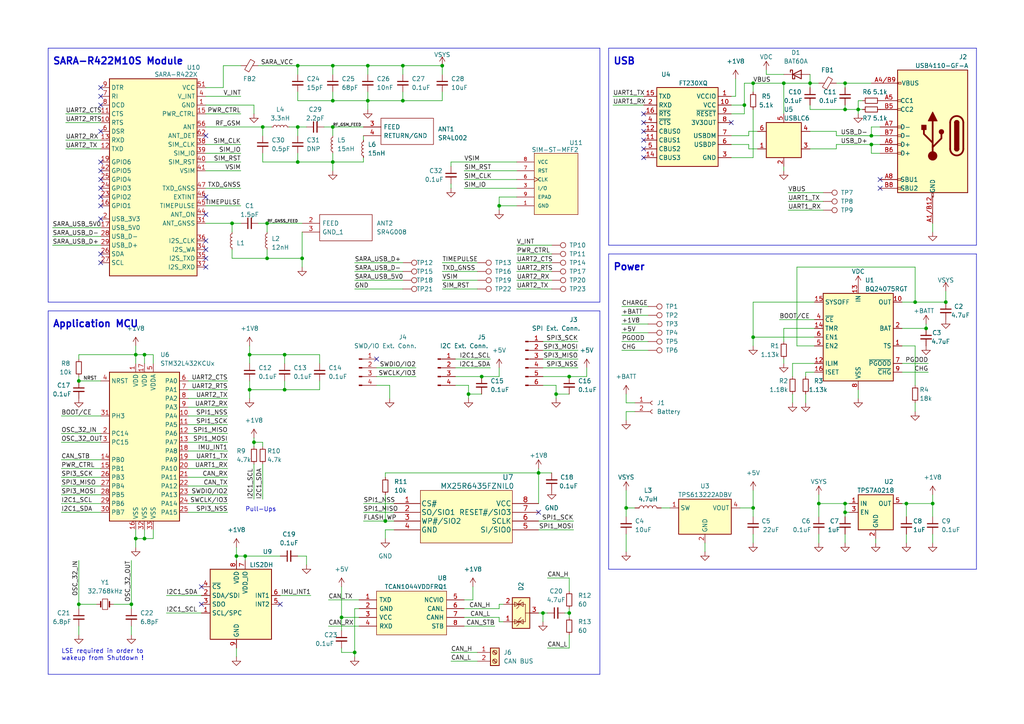
<source format=kicad_sch>
(kicad_sch (version 20230121) (generator eeschema)
  (paper "A4")
  (title_block (title "SARA-R4 Development board") (date "26/12/2022") (rev "0.1"))
  (lib_symbols
    (symbol "Battery_Management:BQ24075RGT"
      (property "Reference" "U" (at -8.89 13.97 0))
      (property "Value" "BQ24075RGT" (at 16.51 13.97 0))
      (symbol "BQ24075RGT_1_1"
        (pin passive line (at 12.7 -2.54 180) (length 2.54) (name "TS") (number "1"))
        (pin power_out line (at 12.7 10.16 180) (length 2.54) (name "OUT") (number "10"))
        (pin passive line (at 12.7 10.16 180) (length 2.54) hide (name "OUT") (number "11"))
        (pin passive line (at -12.7 -7.62 0) (length 2.54) (name "ILIM") (number "12"))
        (pin power_in line (at 0 15.24 270) (length 2.54) (name "IN") (number "13"))
        (pin input line (at -12.7 2.54 0) (length 2.54) (name "TMR") (number "14"))
        (pin input line (at -12.7 10.16 0) (length 2.54) (name "SYSOFF") (number "15"))
        (pin passive line (at -12.7 -10.16 0) (length 2.54) (name "ISET") (number "16"))
        (pin passive line (at 0 -15.24 90) (length 2.54) hide (name "VSS") (number "17"))
        (pin power_out line (at 12.7 2.54 180) (length 2.54) (name "BAT") (number "2"))
        (pin passive line (at 12.7 2.54 180) (length 2.54) hide (name "BAT") (number "3"))
        (pin input line (at -12.7 5.08 0) (length 2.54) (name "~{CE}") (number "4"))
        (pin input line (at -12.7 -2.54 0) (length 2.54) (name "EN2") (number "5"))
        (pin input line (at -12.7 0 0) (length 2.54) (name "EN1") (number "6"))
        (pin open_collector line (at 12.7 -7.62 180) (length 2.54) (name "~{PGOOD}") (number "7"))
        (pin power_in line (at 0 -15.24 90) (length 2.54) (name "VSS") (number "8"))
        (pin open_collector line (at 12.7 -10.16 180) (length 2.54) (name "~{CHG}") (number "9"))
      )
    )
    (symbol "Connector:Conn_01x02_Female" (pin_names (offset 1.016) hide)
      (property "Reference" "J" (at 0 2.54 0))
      (property "Value" "Conn_01x02_Female" (at 0 -5.08 0))
      (symbol "Conn_01x02_Female_1_1"
        (pin passive line (at -5.08 0 0) (length 3.81) (name "Pin_1") (number "1"))
        (pin passive line (at -5.08 -2.54 0) (length 3.81) (name "Pin_2") (number "2"))
      )
    )
    (symbol "Connector:Conn_01x04_Male" (pin_names (offset 1.016) hide)
      (property "Reference" "J" (at 0 5.08 0))
      (property "Value" "Conn_01x04_Male" (at 0 -7.62 0))
      (symbol "Conn_01x04_Male_1_1"
        (pin passive line (at 5.08 2.54 180) (length 3.81) (name "Pin_1") (number "1"))
        (pin passive line (at 5.08 0 180) (length 3.81) (name "Pin_2") (number "2"))
        (pin passive line (at 5.08 -2.54 180) (length 3.81) (name "Pin_3") (number "3"))
        (pin passive line (at 5.08 -5.08 180) (length 3.81) (name "Pin_4") (number "4"))
      )
    )
    (symbol "Connector:Conn_01x06_Male" (pin_names (offset 1.016) hide)
      (property "Reference" "J" (at 0 7.62 0))
      (property "Value" "Conn_01x06_Male" (at 0 -10.16 0))
      (symbol "Conn_01x06_Male_1_1"
        (pin passive line (at 5.08 5.08 180) (length 3.81) (name "Pin_1") (number "1"))
        (pin passive line (at 5.08 2.54 180) (length 3.81) (name "Pin_2") (number "2"))
        (pin passive line (at 5.08 0 180) (length 3.81) (name "Pin_3") (number "3"))
        (pin passive line (at 5.08 -2.54 180) (length 3.81) (name "Pin_4") (number "4"))
        (pin passive line (at 5.08 -5.08 180) (length 3.81) (name "Pin_5") (number "5"))
        (pin passive line (at 5.08 -7.62 180) (length 3.81) (name "Pin_6") (number "6"))
      )
    )
    (symbol "Connector:Screw_Terminal_01x02" (pin_names (offset 1.016) hide)
      (property "Reference" "J" (at 0 2.54 0))
      (property "Value" "Screw_Terminal_01x02" (at 0 -5.08 0))
      (symbol "Screw_Terminal_01x02_1_1"
        (pin passive line (at -5.08 0 0) (length 3.81) (name "Pin_1") (number "1"))
        (pin passive line (at -5.08 -2.54 0) (length 3.81) (name "Pin_2") (number "2"))
      )
    )
    (symbol "Connector:TestPoint" (pin_numbers hide) (pin_names (offset 0.762) hide)
      (property "Reference" "TP" (at 0 6.858 0))
      (property "Value" "TestPoint" (at 0 5.08 0))
      (symbol "TestPoint_1_1"
        (pin passive line (at 0 0 90) (length 2.54) (name "1") (number "1"))
      )
    )
    (symbol "Device:C_Small" (pin_numbers hide) (pin_names (offset 0.254) hide)
      (property "Reference" "C" (at 0.254 1.778 0))
      (property "Value" "C_Small" (at 0.254 -2.032 0))
      (symbol "C_Small_1_1"
        (pin passive line (at 0 2.54 270) (length 2.032) (name "~") (number "1"))
        (pin passive line (at 0 -2.54 90) (length 2.032) (name "~") (number "2"))
      )
    )
    (symbol "Device:Crystal_Small" (pin_numbers hide) (pin_names (offset 1.016) hide)
      (property "Reference" "Y" (at 0 2.54 0))
      (property "Value" "Crystal_Small" (at 0 -2.54 0))
      (symbol "Crystal_Small_1_1"
        (pin passive line (at -2.54 0 0) (length 1.27) (name "1") (number "1"))
        (pin passive line (at 2.54 0 180) (length 1.27) (name "2") (number "2"))
      )
    )
    (symbol "Device:FerriteBead_Small" (pin_numbers hide) (pin_names (offset 0))
      (property "Reference" "FB" (at 1.905 1.27 0))
      (property "Value" "FerriteBead_Small" (at 1.905 -1.27 0))
      (symbol "FerriteBead_Small_1_1"
        (pin passive line (at 0 2.54 270) (length 1.27) (name "~") (number "1"))
        (pin passive line (at 0 -2.54 90) (length 1.27) (name "~") (number "2"))
      )
    )
    (symbol "Device:L" (pin_numbers hide) (pin_names (offset 1.016) hide)
      (property "Reference" "L" (at -1.27 0 90))
      (property "Value" "L" (at 1.905 0 90))
      (symbol "L_1_1"
        (pin passive line (at 0 3.81 270) (length 1.27) (name "1") (number "1"))
        (pin passive line (at 0 -3.81 90) (length 1.27) (name "2") (number "2"))
      )
    )
    (symbol "Device:L_Small" (pin_numbers hide) (pin_names (offset 0.254) hide)
      (property "Reference" "L" (at 0.762 1.016 0))
      (property "Value" "L_Small" (at 0.762 -1.016 0))
      (symbol "L_Small_1_1"
        (pin passive line (at 0 2.54 270) (length 0.508) (name "~") (number "1"))
        (pin passive line (at 0 -2.54 90) (length 0.508) (name "~") (number "2"))
      )
    )
    (symbol "Device:R_Small" (pin_numbers hide) (pin_names (offset 0.254) hide)
      (property "Reference" "R" (at 0.762 0.508 0))
      (property "Value" "R_Small" (at 0.762 -1.016 0))
      (symbol "R_Small_1_1"
        (pin passive line (at 0 2.54 270) (length 0.762) (name "~") (number "1"))
        (pin passive line (at 0 -2.54 90) (length 0.762) (name "~") (number "2"))
      )
    )
    (symbol "Diode:BAT60A" (pin_numbers hide) (pin_names (offset 1.016) hide)
      (property "Reference" "D" (at 0 2.54 0))
      (property "Value" "BAT60A" (at 0 -2.54 0))
      (symbol "BAT60A_1_1"
        (pin passive line (at -3.81 0 0) (length 2.54) (name "K") (number "1"))
        (pin passive line (at 3.81 0 180) (length 2.54) (name "A") (number "2"))
      )
    )
    (symbol "Interface_USB:FT230XQ"
      (property "Reference" "U6" (at 6.35 15.24 0))
      (property "Value" "FT230XQ" (at 1.27 12.7 0))
      (symbol "FT230XQ_1_1"
        (pin power_in line (at -13.97 8.89 0) (length 3.81) (name "VCCIO") (number "1"))
        (pin power_in line (at -13.97 6.35 0) (length 3.81) (name "VCC") (number "10"))
        (pin bidirectional line (at 11.43 -3.81 180) (length 3.81) (name "CBUS1") (number "11"))
        (pin bidirectional line (at 11.43 -1.27 180) (length 3.81) (name "CBUS0") (number "12"))
        (pin power_in line (at -13.97 -8.89 0) (length 3.81) hide (name "GND") (number "13"))
        (pin bidirectional line (at 11.43 -8.89 180) (length 3.81) (name "CBUS3") (number "14"))
        (pin output line (at 11.43 8.89 180) (length 3.81) (name "TXD") (number "15"))
        (pin output line (at 11.43 3.81 180) (length 3.81) (name "~{RTS}") (number "16"))
        (pin power_in line (at -13.97 -8.89 0) (length 3.81) hide (name "GND") (number "17"))
        (pin input line (at 11.43 6.35 180) (length 3.81) (name "RXD") (number "2"))
        (pin power_in line (at -13.97 -8.89 0) (length 3.81) (name "GND") (number "3"))
        (pin input line (at 11.43 1.27 180) (length 3.81) (name "~{CTS}") (number "4"))
        (pin bidirectional line (at 11.43 -6.35 180) (length 3.81) (name "CBUS2") (number "5"))
        (pin bidirectional line (at -13.97 -5.08 0) (length 3.81) (name "USBDP") (number "6"))
        (pin bidirectional line (at -13.97 -2.54 0) (length 3.81) (name "USBDM") (number "7"))
        (pin power_out line (at -13.97 1.27 0) (length 3.81) (name "3V3OUT") (number "8"))
        (pin input line (at -13.97 3.81 0) (length 3.81) (name "~{RESET}") (number "9"))
      )
    )
    (symbol "MCU_ST_STM32L4:STM32L432KCUx"
      (property "Reference" "U" (at -10.16 21.59 0))
      (property "Value" "STM32L432KCUx" (at 5.08 21.59 0))
      (symbol "STM32L432KCUx_1_1"
        (pin power_in line (at -2.54 22.86 270) (length 2.54) (name "VDD") (number "1"))
        (pin bidirectional line (at 12.7 7.62 180) (length 2.54) (name "PA4") (number "10"))
        (pin bidirectional line (at 12.7 5.08 180) (length 2.54) (name "PA5") (number "11"))
        (pin bidirectional line (at 12.7 2.54 180) (length 2.54) (name "PA6") (number "12"))
        (pin bidirectional line (at 12.7 0 180) (length 2.54) (name "PA7") (number "13"))
        (pin bidirectional line (at -12.7 -5.08 0) (length 2.54) (name "PB0") (number "14"))
        (pin bidirectional line (at -12.7 -7.62 0) (length 2.54) (name "PB1") (number "15"))
        (pin power_in line (at -2.54 -25.4 90) (length 2.54) (name "VSS") (number "16"))
        (pin power_in line (at 0 22.86 270) (length 2.54) (name "VDD") (number "17"))
        (pin bidirectional line (at 12.7 -2.54 180) (length 2.54) (name "PA8") (number "18"))
        (pin bidirectional line (at 12.7 -5.08 180) (length 2.54) (name "PA9") (number "19"))
        (pin bidirectional line (at -12.7 2.54 0) (length 2.54) (name "PC14") (number "2"))
        (pin bidirectional line (at 12.7 -7.62 180) (length 2.54) (name "PA10") (number "20"))
        (pin bidirectional line (at 12.7 -10.16 180) (length 2.54) (name "PA11") (number "21"))
        (pin bidirectional line (at 12.7 -12.7 180) (length 2.54) (name "PA12") (number "22"))
        (pin bidirectional line (at 12.7 -15.24 180) (length 2.54) (name "PA13") (number "23"))
        (pin bidirectional line (at 12.7 -17.78 180) (length 2.54) (name "PA14") (number "24"))
        (pin bidirectional line (at 12.7 -20.32 180) (length 2.54) (name "PA15") (number "25"))
        (pin bidirectional line (at -12.7 -10.16 0) (length 2.54) (name "PB3") (number "26"))
        (pin bidirectional line (at -12.7 -12.7 0) (length 2.54) (name "PB4") (number "27"))
        (pin bidirectional line (at -12.7 -15.24 0) (length 2.54) (name "PB5") (number "28"))
        (pin bidirectional line (at -12.7 -17.78 0) (length 2.54) (name "PB6") (number "29"))
        (pin bidirectional line (at -12.7 0 0) (length 2.54) (name "PC15") (number "3"))
        (pin bidirectional line (at -12.7 -20.32 0) (length 2.54) (name "PB7") (number "30"))
        (pin bidirectional line (at -12.7 7.62 0) (length 2.54) (name "PH3") (number "31"))
        (pin power_in line (at 0 -25.4 90) (length 2.54) (name "VSS") (number "32"))
        (pin power_in line (at 2.54 -25.4 90) (length 2.54) (name "VSS") (number "33"))
        (pin input line (at -12.7 17.78 0) (length 2.54) (name "NRST") (number "4"))
        (pin power_in line (at 2.54 22.86 270) (length 2.54) (name "VDDA") (number "5"))
        (pin bidirectional line (at 12.7 17.78 180) (length 2.54) (name "PA0") (number "6"))
        (pin bidirectional line (at 12.7 15.24 180) (length 2.54) (name "PA1") (number "7"))
        (pin bidirectional line (at 12.7 12.7 180) (length 2.54) (name "PA2") (number "8"))
        (pin bidirectional line (at 12.7 10.16 180) (length 2.54) (name "PA3") (number "9"))
      )
    )
    (symbol "Power_Protection:NUP2105L" (pin_names hide)
      (property "Reference" "D" (at 5.715 2.54 0))
      (property "Value" "NUP2105L" (at 5.715 0.635 0))
      (symbol "NUP2105L_0_0"
        (pin passive line (at 0 -5.08 90) (length 2.54) (name "A") (number "3"))
      )
      (symbol "NUP2105L_1_1"
        (pin passive line (at -2.54 5.08 270) (length 2.54) (name "K") (number "1"))
        (pin passive line (at 2.54 5.08 270) (length 2.54) (name "K") (number "2"))
      )
    )
    (symbol "Power_Protection:USBLC6-2SC6" (pin_names hide)
      (property "Reference" "U?" (at 2.7687 12.7 0))
      (property "Value" "USBLC6-2SC6" (at 2.7687 10.16 0))
      (symbol "USBLC6-2SC6_1_1"
        (pin passive line (at -7.62 0 0) (length 2.54) (name "I/O1") (number "1"))
        (pin passive line (at 0 -5.08 90) (length 2.54) (name "GND") (number "2"))
        (pin passive line (at 7.62 0 180) (length 2.54) (name "I/O2") (number "3"))
        (pin passive line (at 7.62 5.08 180) (length 2.54) (name "I/O2") (number "4"))
        (pin passive line (at 0 10.16 270) (length 2.54) (name "VBUS") (number "5"))
        (pin passive line (at -7.62 5.08 0) (length 2.54) (name "I/O1") (number "6"))
      )
    )
    (symbol "Regulator_Linear:TPS7A0508PDBV"
      (property "Reference" "U" (at -3.81 6.35 0))
      (property "Value" "TPS7A0508PDBV" (at 6.35 6.35 0))
      (symbol "TPS7A0508PDBV_0_1"
        (pin power_in line (at -7.62 2.54 0) (length 2.54) (name "IN") (number "1"))
        (pin power_in line (at 0 -7.62 90) (length 2.54) (name "GND") (number "2"))
        (pin input line (at -7.62 0 0) (length 2.54) (name "EN") (number "3"))
        (pin no_connect line (at 5.08 0 180) (length 2.54) hide (name "NC") (number "4"))
        (pin power_out line (at 7.62 2.54 180) (length 2.54) (name "OUT") (number "5"))
      )
    )
    (symbol "Regulator_Switching:TPS613222ADBV"
      (property "Reference" "U" (at -7.62 6.35 0))
      (property "Value" "TPS613222ADBV" (at 2.54 6.35 0))
      (symbol "TPS613222ADBV_1_1"
        (pin power_in line (at -10.16 2.54 0) (length 2.54) (name "SW") (number "1"))
        (pin power_in line (at 0 -7.62 90) (length 2.54) (name "GND") (number "2"))
        (pin no_connect line (at -7.62 -2.54 0) (length 2.54) hide (name "NC") (number "3"))
        (pin power_out line (at 10.16 2.54 180) (length 2.54) (name "VOUT") (number "4"))
        (pin no_connect line (at 7.62 -2.54 180) (length 2.54) hide (name "NC") (number "5"))
      )
    )
    (symbol "SARA-R4_DevBoard-lib:SIM-ST-MFF2" (pin_names (offset 1.016))
      (property "Reference" "J?" (at 7.62 1.2701 0))
      (property "Value" "SIM-ST-MFF2" (at 7.62 -1.2699 0))
      (symbol "SIM-ST-MFF2_0_0"
        (pin power_in line (at -11.43 -6.35 0) (length 5.08) (name "GND") (number "1"))
        (pin bidirectional line (at -11.43 -1.27 0) (length 5.08) (name "I/O") (number "3"))
        (pin input clock (at -11.43 1.27 0) (length 5.08) (name "CLK") (number "6"))
        (pin input line (at -11.43 3.81 0) (length 5.08) (name "RST") (number "7"))
        (pin power_in line (at -11.43 6.35 0) (length 5.08) (name "VCC") (number "8"))
        (pin passive line (at -11.43 -3.81 0) (length 5.08) (name "EPAD") (number "9"))
      )
    )
    (symbol "SARA-R4_DevBoard-lib:SR4G008" (pin_names (offset 0.762))
      (property "Reference" "ANT2" (at 21.59 -2.5399 0))
      (property "Value" "SR4G008" (at 21.59 -5.0799 0))
      (symbol "SR4G008_0_0"
        (pin no_connect line (at 0 6.35 0) (length 5.08) hide (name "NC_1") (number "1"))
        (pin passive line (at 0 -2.54 0) (length 5.08) (name "FEED") (number "2"))
        (pin passive line (at 0 -5.08 0) (length 5.08) (name "GND_1") (number "3"))
        (pin passive line (at 0 -5.08 0) (length 5.08) hide (name "GND_2") (number "4"))
        (pin no_connect line (at 0 6.35 0) (length 5.08) hide (name "NC_2") (number "5"))
        (pin passive line (at 0 -5.08 0) (length 5.08) hide (name "GND_3") (number "6"))
      )
    )
    (symbol "SARA-R4_DevBoard-lib:SR4L002" (pin_names (offset 0.762))
      (property "Reference" "ANT1" (at 21.59 0.0001 0))
      (property "Value" "SR4L002" (at 21.59 -2.5399 0))
      (symbol "SR4L002_0_0"
        (pin no_connect line (at 0 2.54 0) (length 5.08) hide (name "NOT_USED_1") (number "1"))
        (pin no_connect line (at 0 2.54 0) (length 5.08) hide (name "NOT_USED_8") (number "10"))
        (pin no_connect line (at 0 2.54 0) (length 5.08) hide (name "NOT_USED_9") (number "11"))
        (pin no_connect line (at 0 2.54 0) (length 5.08) hide (name "NOT_USED_10") (number "12"))
        (pin no_connect line (at 0 2.54 0) (length 5.08) hide (name "NOT_USED_11") (number "13"))
        (pin no_connect line (at 0 2.54 0) (length 5.08) hide (name "NOT_USED_12") (number "14"))
        (pin no_connect line (at 0 2.54 0) (length 5.08) hide (name "NOT_USED_13") (number "15"))
        (pin no_connect line (at 0 2.54 0) (length 5.08) hide (name "NOT_USED_14") (number "16"))
        (pin no_connect line (at 0 2.54 0) (length 5.08) hide (name "NOT_USED_2") (number "2"))
        (pin passive line (at 0 0 0) (length 5.08) (name "FEED") (number "3"))
        (pin passive line (at 0 -2.54 0) (length 5.08) (name "RETURN/GND") (number "4"))
        (pin no_connect line (at 0 2.54 0) (length 5.08) hide (name "NOT_USED_3") (number "5"))
        (pin no_connect line (at 0 2.54 0) (length 5.08) hide (name "NOT_USED_4") (number "6"))
        (pin no_connect line (at 0 2.54 0) (length 5.08) hide (name "NOT_USED_5") (number "7"))
        (pin no_connect line (at 0 2.54 0) (length 5.08) hide (name "NOT_USED_6") (number "8"))
        (pin no_connect line (at 0 2.54 0) (length 5.08) hide (name "NOT_USED_7") (number "9"))
      )
    )
    (symbol "SARA-R4_DevBoard-lib:USB4110-GF-A" (pin_names (offset 0.762))
      (property "Reference" "J" (at 5.08 19.05 0))
      (property "Value" "USB4110-GF-A" (at -2.54 -19.05 0))
      (symbol "USB4110-GF-A_1_1"
        (pin passive line (at -3.81 -26.67 90) (length 8) (name "GND") (number "A1/B12"))
        (pin passive line (at 13.97 13.97 180) (length 8) (name "VBUS") (number "A4/B9"))
        (pin bidirectional line (at 11.43 8.89 180) (length 5.08) (name "CC1") (number "A5"))
        (pin bidirectional line (at 11.43 -3.81 180) (length 5.08) (name "D+") (number "A6"))
        (pin bidirectional line (at 11.43 1.27 180) (length 5.08) (name "D-") (number "A7"))
        (pin bidirectional line (at 11.43 -13.97 180) (length 5.08) (name "SBU1") (number "A8"))
        (pin passive line (at -3.81 -26.67 90) (length 8) hide (name "GND") (number "B1/A12"))
        (pin passive line (at 13.97 13.97 180) (length 8) hide (name "VBUS") (number "B4/A9"))
        (pin bidirectional line (at 11.43 6.35 180) (length 5.08) (name "CC2") (number "B5"))
        (pin bidirectional line (at 11.43 -6.35 180) (length 5.08) (name "D+") (number "B6"))
        (pin bidirectional line (at 11.43 -1.27 180) (length 5.08) (name "D-") (number "B7"))
        (pin bidirectional line (at 11.43 -16.51 180) (length 5.08) (name "SBU2") (number "B8"))
      )
    )
    (symbol "SARA-R4_DevBoard:TCAN1044VDDFRQ1" (pin_names (offset 0.762))
      (property "Reference" "IC?" (at 15.24 7.62 0))
      (property "Value" "TCAN1044VDDFRQ1" (at 15.24 5.08 0))
      (symbol "TCAN1044VDDFRQ1_0_0"
        (pin passive line (at 0 0 0) (length 5.08) (name "TXD") (number "1"))
        (pin passive line (at 0 -2.54 0) (length 5.08) (name "GND") (number "2"))
        (pin passive line (at 0 -5.08 0) (length 5.08) (name "VCC") (number "3"))
        (pin passive line (at 0 -7.62 0) (length 5.08) (name "RXD") (number "4"))
        (pin passive line (at 30.48 0 180) (length 5.08) (name "NCVIO") (number "5"))
        (pin passive line (at 30.48 -2.54 180) (length 5.08) (name "CANL") (number "6"))
        (pin passive line (at 30.48 -5.08 180) (length 5.08) (name "CANH") (number "7"))
        (pin passive line (at 30.48 -7.62 180) (length 5.08) (name "STB") (number "8"))
      )
    )
    (symbol "SARA-R4_DevBoard:VSYS" (power) (in_bom no) (on_board no)
      (property "Value" "VSYS" (at 0 0 0))
      (symbol "VSYS_1_1"
        (pin power_in line (at 0 0 90) (length 0) hide (name "VSYS") (number "1"))
      )
    )
    (symbol "Sensor_Motion:LIS2DH"
      (property "Reference" "U" (at -8.89 11.43 0))
      (property "Value" "LIS2DH" (at 3.81 11.43 0))
      (symbol "LIS2DH_1_1"
        (pin input line (at -10.16 -2.54 0) (length 2.54) (name "SCL/SPC") (number "1"))
        (pin passive line (at 0 -12.7 90) (length 2.54) hide (name "GND") (number "10"))
        (pin passive line (at 0 -12.7 90) (length 2.54) hide (name "GND") (number "11"))
        (pin passive line (at 0 -12.7 90) (length 2.54) hide (name "GND") (number "12"))
        (pin passive line (at 0 -12.7 90) (length 2.54) hide (name "GND") (number "13"))
        (pin passive line (at 0 -12.7 90) (length 2.54) hide (name "GND") (number "14"))
        (pin bidirectional line (at -10.16 2.54 0) (length 2.54) (name "SDA/SDI") (number "2"))
        (pin bidirectional line (at -10.16 0 0) (length 2.54) (name "SDO") (number "3"))
        (pin input line (at -10.16 5.08 0) (length 2.54) (name "~{CS}") (number "4"))
        (pin output line (at 12.7 0 180) (length 2.54) (name "INT2") (number "5"))
        (pin output line (at 12.7 2.54 180) (length 2.54) (name "INT1") (number "6"))
        (pin power_in line (at 2.54 12.7 270) (length 2.54) (name "VDD_IO") (number "7"))
        (pin power_in line (at 0 12.7 270) (length 2.54) (name "VDD") (number "8"))
        (pin power_in line (at 0 -12.7 90) (length 2.54) (name "GND") (number "9"))
      )
    )
    (symbol "VSYS_1" (power) (in_bom no) (on_board no)
      (property "Value" "VSYS_1" (at 0 0 0))
      (symbol "VSYS_1_1_1"
        (pin power_in line (at 0 0 90) (length 0) hide (name "VSYS") (number "1"))
      )
    )
    (symbol "power:+1V8" (power) (pin_names (offset 0))
      (property "Value" "+1V8" (at 0 3.556 0))
      (symbol "+1V8_1_1"
        (pin power_in line (at 0 0 90) (length 0) hide (name "+1V8") (number "1"))
      )
    )
    (symbol "power:+5V" (power) (pin_names (offset 0))
      (property "Value" "+5V" (at 0 3.556 0))
      (symbol "+5V_1_1"
        (pin power_in line (at 0 0 90) (length 0) hide (name "+5V") (number "1"))
      )
    )
    (symbol "power:+BATT" (power) (pin_names (offset 0))
      (property "Value" "+BATT" (at 0 3.556 0))
      (symbol "+BATT_1_1"
        (pin power_in line (at 0 0 90) (length 0) hide (name "+BATT") (number "1"))
      )
    )
    (symbol "power:GND" (power) (pin_names (offset 0))
      (property "Value" "GND" (at 0 -3.81 0))
      (symbol "GND_1_1"
        (pin power_in line (at 0 0 270) (length 0) hide (name "GND") (number "1"))
      )
    )
    (symbol "power:VDC" (power) (pin_names (offset 0))
      (property "Value" "VDC" (at 0 6.35 0))
      (symbol "VDC_1_1"
        (pin power_in line (at 0 0 90) (length 0) hide (name "VDC") (number "1"))
      )
    )
    (symbol "sara-r422x:SARA-R422X"
      (property "Reference" "U1" (at 11.684 31.242 0))
      (property "Value" "SARA-R422X" (at 6.604 29.21 0))
      (symbol "SARA-R422X_1_1"
        (pin power_in line (at 15.24 20.32 180) (length 2.54) (name "GND") (number "1"))
        (pin input line (at -15.24 15.24 0) (length 2.54) (name "RTS") (number "10"))
        (pin output line (at -15.24 17.78 0) (length 2.54) (name "CTS") (number "11"))
        (pin input line (at -15.24 7.62 0) (length 2.54) (name "TXD") (number "12"))
        (pin output line (at -15.24 10.16 0) (length 2.54) (name "RXD") (number "13"))
        (pin passive line (at 15.24 20.32 180) (length 2.54) hide (name "GND") (number "14"))
        (pin input line (at 15.24 17.78 180) (length 2.54) (name "PWR_CTRL") (number "15"))
        (pin bidirectional line (at -15.24 -8.89 0) (length 2.54) (name "GPIO1") (number "16"))
        (pin power_in line (at -15.24 -15.24 0) (length 2.54) (name "USB_5V0") (number "17"))
        (pin bidirectional line (at -15.24 3.81 0) (length 2.54) (name "GPIO6") (number "19"))
        (pin power_in line (at -15.24 -12.7 0) (length 2.54) (name "USB_3V3") (number "2"))
        (pin passive line (at 15.24 20.32 180) (length 2.54) hide (name "GND") (number "20"))
        (pin passive line (at 15.24 20.32 180) (length 2.54) hide (name "GND") (number "21"))
        (pin passive line (at 15.24 20.32 180) (length 2.54) hide (name "GND") (number "22"))
        (pin bidirectional line (at -15.24 -6.35 0) (length 2.54) (name "GPIO2") (number "23"))
        (pin bidirectional line (at -15.24 -3.81 0) (length 2.54) (name "GPIO3") (number "24"))
        (pin bidirectional line (at -15.24 -1.27 0) (length 2.54) (name "GPIO4") (number "25"))
        (pin bidirectional line (at -15.24 -22.86 0) (length 2.54) (name "SDA") (number "26"))
        (pin output line (at -15.24 -25.4 0) (length 2.54) (name "SCL") (number "27"))
        (pin bidirectional line (at -15.24 -17.78 0) (length 2.54) (name "USB_D-") (number "28"))
        (pin bidirectional line (at -15.24 -20.32 0) (length 2.54) (name "USB_D+") (number "29"))
        (pin passive line (at 15.24 20.32 180) (length 2.54) hide (name "GND") (number "3"))
        (pin passive line (at 15.24 20.32 180) (length 2.54) hide (name "GND") (number "30"))
        (pin input line (at 15.24 -13.97 180) (length 2.54) (name "ANT_GNSS") (number "31"))
        (pin passive line (at 15.24 20.32 180) (length 2.54) hide (name "GND") (number "32"))
        (pin bidirectional line (at 15.24 -21.59 180) (length 2.54) (name "I2S_WA") (number "34"))
        (pin output line (at 15.24 -24.13 180) (length 2.54) (name "I2S_TXD") (number "35"))
        (pin output line (at 15.24 -19.05 180) (length 2.54) (name "I2S_CLK") (number "36"))
        (pin input line (at 15.24 -26.67 180) (length 2.54) (name "I2S_RXD") (number "37"))
        (pin output line (at 15.24 8.89 180) (length 2.54) (name "SIM_CLK") (number "38"))
        (pin bidirectional line (at 15.24 6.35 180) (length 2.54) (name "SIM_IO") (number "39"))
        (pin power_out line (at 15.24 22.86 180) (length 2.54) (name "V_INT") (number "4"))
        (pin output line (at 15.24 3.81 180) (length 2.54) (name "SIM_RST") (number "40"))
        (pin power_out line (at 15.24 1.27 180) (length 2.54) (name "VSIM") (number "41"))
        (pin bidirectional line (at -15.24 1.27 0) (length 2.54) (name "GPIO5") (number "42"))
        (pin passive line (at 15.24 20.32 180) (length 2.54) hide (name "GND") (number "43"))
        (pin input line (at 15.24 -11.43 180) (length 2.54) (name "ANT_ON") (number "44"))
        (pin output line (at 15.24 -8.89 180) (length 2.54) (name "TIMEPULSE") (number "45"))
        (pin input line (at 15.24 -6.35 180) (length 2.54) (name "EXTINT") (number "46"))
        (pin output line (at 15.24 -3.81 180) (length 2.54) (name "TXD_GNSS") (number "47"))
        (pin passive line (at 15.24 20.32 180) (length 2.54) hide (name "GND") (number "5"))
        (pin passive line (at 15.24 20.32 180) (length 2.54) hide (name "GND") (number "50"))
        (pin power_in line (at 15.24 25.4 180) (length 2.54) (name "VCC") (number "51"))
        (pin power_in line (at 15.24 25.4 180) (length 2.54) hide (name "VCC") (number "52"))
        (pin power_in line (at 15.24 25.4 180) (length 2.54) hide (name "VCC") (number "53"))
        (pin passive line (at 15.24 20.32 180) (length 2.54) hide (name "GND") (number "54"))
        (pin passive line (at 15.24 20.32 180) (length 2.54) hide (name "GND") (number "55"))
        (pin passive line (at 15.24 13.97 180) (length 2.54) (name "ANT") (number "56"))
        (pin passive line (at 15.24 20.32 180) (length 2.54) hide (name "GND") (number "57"))
        (pin passive line (at 15.24 20.32 180) (length 2.54) hide (name "GND") (number "58"))
        (pin passive line (at 15.24 20.32 180) (length 2.54) hide (name "GND") (number "59"))
        (pin output line (at -15.24 12.7 0) (length 2.54) (name "DSR") (number "6"))
        (pin passive line (at 15.24 20.32 180) (length 2.54) hide (name "GND") (number "60"))
        (pin passive line (at 15.24 20.32 180) (length 2.54) hide (name "GND") (number "61"))
        (pin input line (at 15.24 11.43 180) (length 2.54) (name "ANT_DET") (number "62"))
        (pin passive line (at 15.24 20.32 180) (length 2.54) hide (name "GND") (number "63"))
        (pin passive line (at 15.24 20.32 180) (length 2.54) hide (name "GND") (number "64"))
        (pin passive line (at 15.24 20.32 180) (length 2.54) hide (name "GND") (number "65"))
        (pin passive line (at 15.24 20.32 180) (length 2.54) hide (name "GND") (number "66"))
        (pin passive line (at 15.24 20.32 180) (length 2.54) hide (name "GND") (number "67"))
        (pin passive line (at 15.24 20.32 180) (length 2.54) hide (name "GND") (number "68"))
        (pin passive line (at 15.24 20.32 180) (length 2.54) hide (name "GND") (number "69"))
        (pin output line (at -15.24 22.86 0) (length 2.54) (name "RI") (number "7"))
        (pin passive line (at 15.24 20.32 180) (length 2.54) hide (name "GND") (number "70"))
        (pin passive line (at 15.24 20.32 180) (length 2.54) hide (name "GND") (number "71"))
        (pin passive line (at 15.24 20.32 180) (length 2.54) hide (name "GND") (number "72"))
        (pin passive line (at 15.24 20.32 180) (length 2.54) hide (name "GND") (number "73"))
        (pin passive line (at 15.24 20.32 180) (length 2.54) hide (name "GND") (number "74"))
        (pin passive line (at 15.24 20.32 180) (length 2.54) hide (name "GND") (number "75"))
        (pin passive line (at 15.24 20.32 180) (length 2.54) hide (name "GND") (number "76"))
        (pin passive line (at 15.24 20.32 180) (length 2.54) hide (name "GND") (number "77"))
        (pin passive line (at 15.24 20.32 180) (length 2.54) hide (name "GND") (number "78"))
        (pin passive line (at 15.24 20.32 180) (length 2.54) hide (name "GND") (number "79"))
        (pin output line (at -15.24 20.32 0) (length 2.54) (name "DCD") (number "8"))
        (pin passive line (at 15.24 20.32 180) (length 2.54) hide (name "GND") (number "80"))
        (pin passive line (at 15.24 20.32 180) (length 2.54) hide (name "GND") (number "81"))
        (pin passive line (at 15.24 20.32 180) (length 2.54) hide (name "GND") (number "82"))
        (pin passive line (at 15.24 20.32 180) (length 2.54) hide (name "GND") (number "83"))
        (pin passive line (at 15.24 20.32 180) (length 2.54) hide (name "GND") (number "84"))
        (pin passive line (at 15.24 20.32 180) (length 2.54) hide (name "GND") (number "85"))
        (pin passive line (at 15.24 20.32 180) (length 2.54) hide (name "GND") (number "86"))
        (pin passive line (at 15.24 20.32 180) (length 2.54) hide (name "GND") (number "87"))
        (pin passive line (at 15.24 20.32 180) (length 2.54) hide (name "GND") (number "88"))
        (pin passive line (at 15.24 20.32 180) (length 2.54) hide (name "GND") (number "89"))
        (pin input line (at -15.24 25.4 0) (length 2.54) (name "DTR") (number "9"))
        (pin passive line (at 15.24 20.32 180) (length 2.54) hide (name "GND") (number "90"))
        (pin passive line (at 15.24 20.32 180) (length 2.54) hide (name "GND") (number "91"))
        (pin passive line (at 15.24 20.32 180) (length 2.54) hide (name "GND") (number "92"))
        (pin passive line (at 15.24 20.32 180) (length 2.54) hide (name "GND") (number "93"))
        (pin passive line (at 15.24 20.32 180) (length 2.54) hide (name "GND") (number "94"))
        (pin passive line (at 15.24 20.32 180) (length 2.54) hide (name "GND") (number "95"))
        (pin passive line (at 15.24 20.32 180) (length 2.54) hide (name "GND") (number "96"))
      )
    )
    (symbol "user_library:MX25R6435FZNIL0" (pin_names (offset 0.254))
      (property "Reference" "U?" (at 33.02 10.16 0))
      (property "Value" "MX25R6435FZNIL0" (at 33.02 6.35 0))
      (symbol "MX25R6435FZNIL0_1_1"
        (pin input line (at 0 1.27 0) (length 7.62) (name "CS#") (number "1"))
        (pin bidirectional line (at 0 -1.27 0) (length 7.62) (name "SO/SIO1") (number "2"))
        (pin bidirectional line (at 0 -3.81 0) (length 7.62) (name "WP#/SIO2") (number "3"))
        (pin power_in line (at 0 -6.35 0) (length 7.62) (name "GND") (number "4"))
        (pin bidirectional line (at 41.91 -6.35 180) (length 7.62) (name "SI/SIO0") (number "5"))
        (pin input line (at 41.91 -3.81 180) (length 7.62) (name "SCLK") (number "6"))
        (pin bidirectional line (at 41.91 -1.27 180) (length 7.62) (name "RESET#/SIO3") (number "7"))
        (pin power_in line (at 41.91 1.27 180) (length 7.62) (name "VCC") (number "8"))
      )
    )
  )
  (junction (at 87.63 74.93))
  (junction (at 157.48 177.8))
  (junction (at 116.84 19.05))
  (junction (at 67.31 64.77))
  (junction (at 245.11 31.75))
  (junction (at 245.11 24.13))
  (junction (at 71.12 161.29))
  (junction (at 135.89 114.3))
  (junction (at 96.52 46.99))
  (junction (at 99.06 179.07))
  (junction (at 144.78 59.69))
  (junction (at 86.36 19.05))
  (junction (at 111.76 151.13))
  (junction (at 265.43 87.63))
  (junction (at 96.52 36.83))
  (junction (at 262.89 146.05))
  (junction (at 252.73 41.91))
  (junction (at 72.39 113.03))
  (junction (at 68.58 161.29))
  (junction (at 82.55 113.03))
  (junction (at 165.1 177.8))
  (junction (at 128.27 19.05))
  (junction (at 22.86 175.26))
  (junction (at 96.52 19.05))
  (junction (at 270.51 146.05))
  (junction (at 252.73 39.37))
  (junction (at 245.11 148.59))
  (junction (at 218.44 147.32))
  (junction (at 86.36 36.83))
  (junction (at 218.44 24.13))
  (junction (at 106.68 19.05))
  (junction (at 106.68 29.21))
  (junction (at 181.61 147.32))
  (junction (at 245.11 146.05))
  (junction (at 86.36 46.99))
  (junction (at 73.66 128.27))
  (junction (at 139.7 109.22))
  (junction (at 77.47 74.93))
  (junction (at 234.95 24.13))
  (junction (at 165.1 109.22))
  (junction (at 102.87 189.23))
  (junction (at 72.39 102.87))
  (junction (at 41.91 102.87))
  (junction (at 218.44 97.79))
  (junction (at 96.52 29.21))
  (junction (at 227.33 24.13))
  (junction (at 82.55 102.87))
  (junction (at 237.49 146.05))
  (junction (at 41.91 156.21))
  (junction (at 156.21 137.16))
  (junction (at 38.1 175.26))
  (junction (at 274.32 87.63))
  (junction (at 39.37 156.21))
  (junction (at 22.86 110.49))
  (junction (at 76.2 36.83))
  (junction (at 248.92 31.75))
  (junction (at 268.605 95.25))
  (junction (at 77.47 64.77))
  (junction (at 39.37 102.87))
  (junction (at 116.84 29.21))
  (junction (at 161.29 114.3))
  (junction (at 215.9 30.48))
  (no_connect (at 81.28 175.26))
  (no_connect (at 186.69 45.72))
  (no_connect (at 58.42 175.26))
  (no_connect (at 29.21 25.4))
  (no_connect (at 29.21 57.15))
  (no_connect (at 186.69 43.18))
  (no_connect (at 59.69 62.23))
  (no_connect (at 29.21 73.66))
  (no_connect (at 186.69 38.1))
  (no_connect (at 186.69 33.02))
  (no_connect (at 109.22 104.14))
  (no_connect (at 29.21 27.94))
  (no_connect (at 59.69 72.39))
  (no_connect (at 29.21 54.61))
  (no_connect (at 59.69 74.93))
  (no_connect (at 29.21 76.2))
  (no_connect (at 255.27 52.07))
  (no_connect (at 29.21 38.1))
  (no_connect (at 29.21 49.53))
  (no_connect (at 29.21 63.5))
  (no_connect (at 255.27 54.61))
  (no_connect (at 59.69 39.37))
  (no_connect (at 59.69 69.85))
  (no_connect (at 212.09 35.56))
  (no_connect (at 29.21 52.07))
  (no_connect (at 156.21 148.59))
  (no_connect (at 186.69 35.56))
  (no_connect (at 59.69 77.47))
  (no_connect (at 29.21 59.69))
  (no_connect (at 186.69 40.64))
  (no_connect (at 29.21 30.48))
  (no_connect (at 59.69 57.15))
  (no_connect (at 29.21 46.99))
  (no_connect (at 58.42 170.18))
  (wire (pts (xy 242.57 41.91) (xy 252.73 41.91)))
  (wire (pts (xy 149.86 46.99) (xy 130.81 46.99)))
  (wire (pts (xy 217.17 43.18) (xy 217.17 41.91)))
  (wire (pts (xy 252.73 39.37) (xy 252.73 36.83)))
  (wire (pts (xy 17.78 146.05) (xy 29.21 146.05)))
  (wire (pts (xy 74.93 19.05) (xy 86.36 19.05)))
  (wire (pts (xy 77.47 74.93) (xy 87.63 74.93)))
  (wire (pts (xy 106.68 29.21) (xy 116.84 29.21)))
  (wire (pts (xy 67.31 74.93) (xy 67.31 72.39)))
  (wire (pts (xy 158.75 187.96) (xy 165.1 187.96)))
  (wire (pts (xy 41.91 156.21) (xy 44.45 156.21)))
  (wire (pts (xy 237.49 154.94) (xy 237.49 157.48)))
  (wire (pts (xy 157.48 177.8) (xy 157.48 180.34)))
  (wire (pts (xy 67.31 64.77) (xy 69.85 64.77)))
  (wire (pts (xy 19.05 43.18) (xy 29.21 43.18)))
  (wire (pts (xy 72.39 102.87) (xy 72.39 105.41)))
  (wire (pts (xy 39.37 153.67) (xy 39.37 156.21)))
  (wire (pts (xy 227.33 24.13) (xy 227.33 33.02)))
  (wire (pts (xy 54.61 130.81) (xy 66.04 130.81)))
  (wire (pts (xy 77.47 67.31) (xy 77.47 64.77)))
  (wire (pts (xy 76.2 129.54) (xy 76.2 128.27)))
  (wire (pts (xy 96.52 36.83) (xy 105.41 36.83)))
  (wire (pts (xy 214.63 147.32) (xy 218.44 147.32)))
  (wire (pts (xy 250.19 31.75) (xy 248.92 31.75)))
  (wire (pts (xy 59.69 64.77) (xy 67.31 64.77)))
  (wire (pts (xy 146.05 175.26) (xy 144.78 175.26)))
  (polyline (pts (xy 13.97 13.97) (xy 13.97 87.63)) (stroke (width 0) (type solid)))
  (wire (pts (xy 88.9 161.29) (xy 88.9 163.83)))
  (wire (pts (xy 262.89 146.05) (xy 262.89 149.86)))
  (polyline (pts (xy 173.99 195.58) (xy 173.99 90.17)) (stroke (width 0) (type solid)))
  (wire (pts (xy 180.34 101.6) (xy 187.96 101.6)))
  (wire (pts (xy 228.6 60.96) (xy 238.76 60.96)))
  (wire (pts (xy 106.68 31.75) (xy 106.68 29.21)))
  (polyline (pts (xy 283.21 13.97) (xy 283.21 71.12)) (stroke (width 0) (type solid)))
  (wire (pts (xy 86.36 29.21) (xy 96.52 29.21)))
  (wire (pts (xy 59.69 27.94) (xy 69.85 27.94)))
  (wire (pts (xy 218.44 45.72) (xy 218.44 31.75)))
  (wire (pts (xy 59.69 25.4) (xy 64.77 25.4)))
  (wire (pts (xy 233.68 109.22) (xy 233.68 107.95)))
  (wire (pts (xy 219.71 43.18) (xy 217.17 43.18)))
  (wire (pts (xy 135.89 115.57) (xy 135.89 114.3)))
  (wire (pts (xy 144.78 106.68) (xy 144.78 109.22)))
  (wire (pts (xy 139.7 109.22) (xy 144.78 109.22)))
  (wire (pts (xy 245.11 154.94) (xy 245.11 157.48)))
  (wire (pts (xy 144.78 59.69) (xy 144.78 57.15)))
  (wire (pts (xy 255.27 44.45) (xy 252.73 44.45)))
  (wire (pts (xy 215.9 33.02) (xy 215.9 30.48)))
  (wire (pts (xy 132.08 109.22) (xy 139.7 109.22)))
  (wire (pts (xy 54.61 120.65) (xy 66.04 120.65)))
  (wire (pts (xy 41.91 102.87) (xy 44.45 102.87)))
  (wire (pts (xy 265.43 87.63) (xy 261.62 87.63)))
  (wire (pts (xy 95.25 173.99) (xy 104.14 173.99)))
  (wire (pts (xy 99.06 179.07) (xy 99.06 182.88)))
  (wire (pts (xy 54.61 118.11) (xy 66.04 118.11)))
  (wire (pts (xy 105.41 146.05) (xy 114.3 146.05)))
  (wire (pts (xy 73.66 127) (xy 73.66 128.27)))
  (wire (pts (xy 149.86 78.74) (xy 160.02 78.74)))
  (wire (pts (xy 82.55 110.49) (xy 82.55 113.03)))
  (wire (pts (xy 99.06 187.96) (xy 99.06 189.23)))
  (wire (pts (xy 99.06 179.07) (xy 104.14 179.07)))
  (wire (pts (xy 229.87 114.3) (xy 229.87 116.84)))
  (wire (pts (xy 270.51 154.94) (xy 270.51 157.48)))
  (wire (pts (xy 59.69 30.48) (xy 73.66 30.48)))
  (wire (pts (xy 157.48 101.6) (xy 167.64 101.6)))
  (wire (pts (xy 227.33 95.25) (xy 236.22 95.25)))
  (wire (pts (xy 181.61 119.38) (xy 181.61 121.92)))
  (wire (pts (xy 17.78 120.65) (xy 29.21 120.65)))
  (wire (pts (xy 82.55 102.87) (xy 82.55 105.41)))
  (wire (pts (xy 33.02 175.26) (xy 38.1 175.26)))
  (wire (pts (xy 54.61 113.03) (xy 66.04 113.03)))
  (wire (pts (xy 212.09 39.37) (xy 217.17 39.37)))
  (wire (pts (xy 19.05 35.56) (xy 29.21 35.56)))
  (wire (pts (xy 274.32 84.455) (xy 274.32 87.63)))
  (wire (pts (xy 204.47 157.48) (xy 204.47 160.02)))
  (wire (pts (xy 67.31 67.31) (xy 67.31 64.77)))
  (polyline (pts (xy 176.53 71.12) (xy 283.21 71.12)) (stroke (width 0) (type solid)))
  (wire (pts (xy 54.61 125.73) (xy 66.04 125.73)))
  (wire (pts (xy 86.36 46.99) (xy 86.36 44.45)))
  (wire (pts (xy 96.52 36.83) (xy 96.52 39.37)))
  (wire (pts (xy 105.41 46.99) (xy 105.41 45.72)))
  (wire (pts (xy 231.14 100.33) (xy 231.14 77.47)))
  (wire (pts (xy 22.86 175.26) (xy 22.86 176.53)))
  (wire (pts (xy 156.21 137.16) (xy 160.02 137.16)))
  (wire (pts (xy 218.44 87.63) (xy 218.44 97.79)))
  (wire (pts (xy 149.86 76.2) (xy 160.02 76.2)))
  (wire (pts (xy 41.91 153.67) (xy 41.91 156.21)))
  (wire (pts (xy 130.81 189.23) (xy 138.43 189.23)))
  (wire (pts (xy 237.49 146.05) (xy 245.11 146.05)))
  (wire (pts (xy 265.43 100.33) (xy 265.43 111.76)))
  (wire (pts (xy 22.86 181.61) (xy 22.86 184.15)))
  (wire (pts (xy 218.44 97.79) (xy 218.44 100.33)))
  (wire (pts (xy 226.06 92.71) (xy 236.22 92.71)))
  (wire (pts (xy 218.44 142.24) (xy 218.44 147.32)))
  (wire (pts (xy 229.87 105.41) (xy 236.22 105.41)))
  (wire (pts (xy 245.11 148.59) (xy 245.11 149.86)))
  (polyline (pts (xy 283.21 13.97) (xy 176.53 13.97)) (stroke (width 0) (type solid)))
  (wire (pts (xy 138.43 78.74) (xy 128.27 78.74)))
  (wire (pts (xy 246.38 146.05) (xy 245.11 146.05)))
  (wire (pts (xy 76.2 46.99) (xy 86.36 46.99)))
  (wire (pts (xy 113.03 111.76) (xy 109.22 111.76)))
  (polyline (pts (xy 176.53 13.97) (xy 176.53 71.12)) (stroke (width 0) (type solid)))
  (wire (pts (xy 181.61 160.02) (xy 181.61 154.94)))
  (wire (pts (xy 218.44 24.13) (xy 227.33 24.13)))
  (wire (pts (xy 64.77 19.05) (xy 69.85 19.05)))
  (wire (pts (xy 234.95 30.48) (xy 234.95 31.75)))
  (wire (pts (xy 76.2 128.27) (xy 73.66 128.27)))
  (wire (pts (xy 248.92 31.75) (xy 248.92 33.02)))
  (wire (pts (xy 234.95 31.75) (xy 245.11 31.75)))
  (wire (pts (xy 234.95 43.18) (xy 242.57 43.18)))
  (wire (pts (xy 111.76 156.21) (xy 111.76 153.67)))
  (wire (pts (xy 111.76 151.13) (xy 114.3 151.13)))
  (wire (pts (xy 59.69 59.69) (xy 69.85 59.69)))
  (wire (pts (xy 137.16 173.99) (xy 134.62 173.99)))
  (wire (pts (xy 180.34 91.44) (xy 187.96 91.44)))
  (wire (pts (xy 17.78 143.51) (xy 29.21 143.51)))
  (wire (pts (xy 59.69 46.99) (xy 69.85 46.99)))
  (polyline (pts (xy 176.53 73.66) (xy 176.53 165.1)) (stroke (width 0) (type solid)))
  (wire (pts (xy 106.68 19.05) (xy 116.84 19.05)))
  (wire (pts (xy 170.18 106.68) (xy 170.18 109.22)))
  (wire (pts (xy 181.61 119.38) (xy 184.15 119.38)))
  (wire (pts (xy 219.71 38.1) (xy 217.17 38.1)))
  (wire (pts (xy 87.63 67.31) (xy 87.63 74.93)))
  (wire (pts (xy 134.62 54.61) (xy 149.86 54.61)))
  (wire (pts (xy 76.2 39.37) (xy 76.2 36.83)))
  (wire (pts (xy 270.51 143.51) (xy 270.51 146.05)))
  (wire (pts (xy 54.61 123.19) (xy 66.04 123.19)))
  (polyline (pts (xy 173.99 87.63) (xy 173.99 13.97)) (stroke (width 0) (type solid)))
  (wire (pts (xy 77.47 74.93) (xy 77.47 72.39)))
  (wire (pts (xy 181.61 142.24) (xy 181.61 147.32)))
  (wire (pts (xy 99.06 170.18) (xy 99.06 179.07)))
  (wire (pts (xy 77.47 64.77) (xy 74.93 64.77)))
  (wire (pts (xy 144.78 60.96) (xy 144.78 59.69)))
  (wire (pts (xy 96.52 46.99) (xy 96.52 44.45)))
  (wire (pts (xy 111.76 153.67) (xy 114.3 153.67)))
  (wire (pts (xy 15.24 68.58) (xy 29.21 68.58)))
  (wire (pts (xy 102.87 76.2) (xy 116.84 76.2)))
  (wire (pts (xy 72.39 102.87) (xy 82.55 102.87)))
  (wire (pts (xy 19.05 33.02) (xy 29.21 33.02)))
  (wire (pts (xy 54.61 138.43) (xy 66.04 138.43)))
  (polyline (pts (xy 13.97 13.97) (xy 173.99 13.97)) (stroke (width 0) (type solid)))
  (wire (pts (xy 227.33 105.41) (xy 227.33 104.14)))
  (wire (pts (xy 181.61 114.3) (xy 181.61 116.84)))
  (wire (pts (xy 111.76 138.43) (xy 111.76 137.16)))
  (wire (pts (xy 218.44 154.94) (xy 218.44 157.48)))
  (wire (pts (xy 130.81 54.61) (xy 130.81 53.34)))
  (wire (pts (xy 99.06 189.23) (xy 102.87 189.23)))
  (wire (pts (xy 59.69 36.83) (xy 76.2 36.83)))
  (wire (pts (xy 186.69 27.94) (xy 177.8 27.94)))
  (wire (pts (xy 270.51 64.77) (xy 270.51 67.31)))
  (wire (pts (xy 67.31 74.93) (xy 77.47 74.93)))
  (wire (pts (xy 76.2 36.83) (xy 78.74 36.83)))
  (wire (pts (xy 39.37 102.87) (xy 41.91 102.87)))
  (wire (pts (xy 165.1 167.64) (xy 165.1 171.45)))
  (wire (pts (xy 17.78 128.27) (xy 29.21 128.27)))
  (wire (pts (xy 252.73 41.91) (xy 255.27 41.91)))
  (wire (pts (xy 234.95 25.4) (xy 234.95 24.13)))
  (wire (pts (xy 116.84 19.05) (xy 128.27 19.05)))
  (wire (pts (xy 17.78 148.59) (xy 29.21 148.59)))
  (wire (pts (xy 105.41 151.13) (xy 111.76 151.13)))
  (wire (pts (xy 228.6 55.88) (xy 238.76 55.88)))
  (wire (pts (xy 268.605 93.98) (xy 268.605 95.25)))
  (wire (pts (xy 245.11 146.05) (xy 245.11 148.59)))
  (wire (pts (xy 17.78 125.73) (xy 29.21 125.73)))
  (wire (pts (xy 135.89 114.3) (xy 139.7 114.3)))
  (wire (pts (xy 128.27 83.82) (xy 138.43 83.82)))
  (wire (pts (xy 111.76 137.16) (xy 156.21 137.16)))
  (wire (pts (xy 76.2 134.62) (xy 76.2 144.78)))
  (wire (pts (xy 96.52 21.59) (xy 96.52 19.05)))
  (wire (pts (xy 15.24 71.12) (xy 29.21 71.12)))
  (wire (pts (xy 134.62 49.53) (xy 149.86 49.53)))
  (polyline (pts (xy 176.53 165.1) (xy 283.21 165.1)) (stroke (width 0) (type solid)))
  (wire (pts (xy 86.36 36.83) (xy 83.82 36.83)))
  (wire (pts (xy 77.47 64.77) (xy 87.63 64.77)))
  (wire (pts (xy 274.32 87.63) (xy 265.43 87.63)))
  (wire (pts (xy 144.78 175.26) (xy 144.78 176.53)))
  (wire (pts (xy 191.77 147.32) (xy 194.31 147.32)))
  (wire (pts (xy 102.87 83.82) (xy 116.84 83.82)))
  (wire (pts (xy 109.22 109.22) (xy 120.65 109.22)))
  (wire (pts (xy 254 156.21) (xy 254 157.48)))
  (wire (pts (xy 227.33 99.06) (xy 227.33 95.25)))
  (wire (pts (xy 245.11 31.75) (xy 248.92 31.75)))
  (wire (pts (xy 135.89 114.3) (xy 135.89 111.76)))
  (wire (pts (xy 59.69 33.02) (xy 69.85 33.02)))
  (wire (pts (xy 246.38 148.59) (xy 245.11 148.59)))
  (wire (pts (xy 111.76 143.51) (xy 111.76 151.13)))
  (wire (pts (xy 157.48 99.06) (xy 167.64 99.06)))
  (wire (pts (xy 96.52 29.21) (xy 106.68 29.21)))
  (wire (pts (xy 144.78 179.07) (xy 134.62 179.07)))
  (wire (pts (xy 156.21 137.16) (xy 156.21 146.05)))
  (wire (pts (xy 248.92 113.03) (xy 248.92 115.57)))
  (wire (pts (xy 234.95 21.59) (xy 234.95 24.13)))
  (wire (pts (xy 102.87 176.53) (xy 102.87 189.23)))
  (wire (pts (xy 39.37 102.87) (xy 39.37 105.41)))
  (polyline (pts (xy 13.97 90.17) (xy 173.99 90.17)) (stroke (width 0) (type solid)))
  (wire (pts (xy 180.34 88.9) (xy 187.96 88.9)))
  (wire (pts (xy 113.03 111.76) (xy 113.03 115.57)))
  (wire (pts (xy 218.44 24.13) (xy 218.44 26.67)))
  (wire (pts (xy 144.78 176.53) (xy 134.62 176.53)))
  (wire (pts (xy 262.89 146.05) (xy 270.51 146.05)))
  (wire (pts (xy 227.33 24.13) (xy 234.95 24.13)))
  (wire (pts (xy 73.66 30.48) (xy 73.66 33.02)))
  (wire (pts (xy 212.09 33.02) (xy 215.9 33.02)))
  (wire (pts (xy 71.12 161.29) (xy 68.58 161.29)))
  (wire (pts (xy 261.62 146.05) (xy 262.89 146.05)))
  (wire (pts (xy 212.09 45.72) (xy 218.44 45.72)))
  (wire (pts (xy 64.77 25.4) (xy 64.77 19.05)))
  (wire (pts (xy 92.71 102.87) (xy 92.71 105.41)))
  (wire (pts (xy 229.87 109.22) (xy 229.87 105.41)))
  (wire (pts (xy 144.78 180.34) (xy 144.78 179.07)))
  (wire (pts (xy 41.91 156.21) (xy 39.37 156.21)))
  (wire (pts (xy 144.78 59.69) (xy 149.86 59.69)))
  (wire (pts (xy 72.39 113.03) (xy 72.39 115.57)))
  (wire (pts (xy 44.45 153.67) (xy 44.45 156.21)))
  (wire (pts (xy 242.57 38.1) (xy 242.57 39.37)))
  (wire (pts (xy 68.58 161.29) (xy 68.58 162.56)))
  (wire (pts (xy 59.69 44.45) (xy 69.85 44.45)))
  (polyline (pts (xy 13.97 90.17) (xy 13.97 195.58)) (stroke (width 0) (type solid)))
  (wire (pts (xy 218.44 97.79) (xy 236.22 97.79)))
  (wire (pts (xy 261.62 100.33) (xy 265.43 100.33)))
  (wire (pts (xy 245.11 24.13) (xy 252.73 24.13)))
  (wire (pts (xy 54.61 115.57) (xy 66.04 115.57)))
  (wire (pts (xy 156.21 135.89) (xy 156.21 137.16)))
  (wire (pts (xy 128.27 26.67) (xy 128.27 29.21)))
  (wire (pts (xy 132.08 106.68) (xy 142.24 106.68)))
  (wire (pts (xy 71.12 162.56) (xy 71.12 161.29)))
  (wire (pts (xy 255.27 39.37) (xy 252.73 39.37)))
  (wire (pts (xy 86.36 21.59) (xy 86.36 19.05)))
  (wire (pts (xy 149.86 81.28) (xy 160.02 81.28)))
  (polyline (pts (xy 176.53 73.66) (xy 283.21 73.66)) (stroke (width 0) (type solid)))
  (wire (pts (xy 252.73 44.45) (xy 252.73 41.91)))
  (wire (pts (xy 17.78 133.35) (xy 29.21 133.35)))
  (wire (pts (xy 59.69 41.91) (xy 69.85 41.91)))
  (wire (pts (xy 128.27 81.28) (xy 138.43 81.28)))
  (wire (pts (xy 96.52 46.99) (xy 96.52 49.53)))
  (wire (pts (xy 161.29 114.3) (xy 165.1 114.3)))
  (wire (pts (xy 130.81 46.99) (xy 130.81 48.26)))
  (wire (pts (xy 222.25 21.59) (xy 222.25 20.32)))
  (wire (pts (xy 242.57 24.13) (xy 245.11 24.13)))
  (wire (pts (xy 105.41 148.59) (xy 114.3 148.59)))
  (wire (pts (xy 161.29 115.57) (xy 161.29 114.3)))
  (wire (pts (xy 270.51 146.05) (xy 270.51 149.86)))
  (wire (pts (xy 96.52 26.67) (xy 96.52 29.21)))
  (wire (pts (xy 22.86 162.56) (xy 22.86 175.26)))
  (wire (pts (xy 22.86 102.87) (xy 39.37 102.87)))
  (wire (pts (xy 54.61 146.05) (xy 66.04 146.05)))
  (wire (pts (xy 233.68 107.95) (xy 236.22 107.95)))
  (wire (pts (xy 180.34 99.06) (xy 187.96 99.06)))
  (wire (pts (xy 71.12 161.29) (xy 81.28 161.29)))
  (wire (pts (xy 54.61 135.89) (xy 66.04 135.89)))
  (wire (pts (xy 54.61 110.49) (xy 66.04 110.49)))
  (wire (pts (xy 109.22 106.68) (xy 120.65 106.68)))
  (wire (pts (xy 128.27 19.05) (xy 128.27 21.59)))
  (wire (pts (xy 165.1 109.22) (xy 170.18 109.22)))
  (wire (pts (xy 102.87 176.53) (xy 104.14 176.53)))
  (wire (pts (xy 54.61 148.59) (xy 66.04 148.59)))
  (wire (pts (xy 181.61 116.84) (xy 184.15 116.84)))
  (wire (pts (xy 102.87 78.74) (xy 116.84 78.74)))
  (wire (pts (xy 116.84 19.05) (xy 116.84 21.59)))
  (wire (pts (xy 59.69 54.61) (xy 69.85 54.61)))
  (wire (pts (xy 135.89 111.76) (xy 132.08 111.76)))
  (wire (pts (xy 161.29 114.3) (xy 161.29 111.76)))
  (wire (pts (xy 86.36 161.29) (xy 88.9 161.29)))
  (wire (pts (xy 96.52 46.99) (xy 105.41 46.99)))
  (wire (pts (xy 59.69 49.53) (xy 69.85 49.53)))
  (wire (pts (xy 156.21 151.13) (xy 166.37 151.13)))
  (wire (pts (xy 215.9 24.13) (xy 218.44 24.13)))
  (wire (pts (xy 17.78 135.89) (xy 29.21 135.89)))
  (wire (pts (xy 245.11 30.48) (xy 245.11 31.75)))
  (wire (pts (xy 144.78 57.15) (xy 149.86 57.15)))
  (wire (pts (xy 248.92 29.21) (xy 250.19 29.21)))
  (wire (pts (xy 41.91 102.87) (xy 41.91 105.41)))
  (wire (pts (xy 86.36 39.37) (xy 86.36 36.83)))
  (wire (pts (xy 234.95 24.13) (xy 237.49 24.13)))
  (wire (pts (xy 213.36 22.86) (xy 213.36 27.94)))
  (wire (pts (xy 157.48 177.8) (xy 158.75 177.8)))
  (wire (pts (xy 261.62 107.95) (xy 269.24 107.95)))
  (wire (pts (xy 38.1 162.56) (xy 38.1 175.26)))
  (wire (pts (xy 262.89 154.94) (xy 262.89 157.48)))
  (wire (pts (xy 212.09 30.48) (xy 215.9 30.48)))
  (wire (pts (xy 96.52 19.05) (xy 106.68 19.05)))
  (wire (pts (xy 106.68 19.05) (xy 106.68 21.59)))
  (wire (pts (xy 38.1 181.61) (xy 38.1 184.15)))
  (wire (pts (xy 248.92 29.21) (xy 248.92 31.75)))
  (wire (pts (xy 149.86 73.66) (xy 160.02 73.66)))
  (wire (pts (xy 17.78 140.97) (xy 29.21 140.97)))
  (wire (pts (xy 156.21 177.8) (xy 157.48 177.8)))
  (wire (pts (xy 105.41 39.37) (xy 105.41 40.64)))
  (wire (pts (xy 22.86 110.49) (xy 29.21 110.49)))
  (wire (pts (xy 86.36 46.99) (xy 96.52 46.99)))
  (wire (pts (xy 242.57 39.37) (xy 252.73 39.37)))
  (wire (pts (xy 245.11 24.13) (xy 245.11 25.4)))
  (wire (pts (xy 116.84 26.67) (xy 116.84 29.21)))
  (wire (pts (xy 48.26 172.72) (xy 58.42 172.72)))
  (wire (pts (xy 95.25 181.61) (xy 104.14 181.61)))
  (wire (pts (xy 134.62 52.07) (xy 149.86 52.07)))
  (wire (pts (xy 102.87 189.23) (xy 102.87 190.5)))
  (wire (pts (xy 165.1 176.53) (xy 165.1 177.8)))
  (wire (pts (xy 218.44 87.63) (xy 236.22 87.63)))
  (wire (pts (xy 158.75 167.64) (xy 165.1 167.64)))
  (wire (pts (xy 86.36 19.05) (xy 96.52 19.05)))
  (wire (pts (xy 92.71 110.49) (xy 92.71 113.03)))
  (wire (pts (xy 231.14 77.47) (xy 265.43 77.47)))
  (wire (pts (xy 134.62 181.61) (xy 143.51 181.61)))
  (polyline (pts (xy 13.97 195.58) (xy 173.99 195.58)) (stroke (width 0) (type solid)))
  (wire (pts (xy 146.05 180.34) (xy 144.78 180.34)))
  (wire (pts (xy 130.81 191.77) (xy 138.43 191.77)))
  (wire (pts (xy 222.25 21.59) (xy 227.33 21.59)))
  (wire (pts (xy 212.09 41.91) (xy 217.17 41.91)))
  (wire (pts (xy 116.84 29.21) (xy 128.27 29.21)))
  (wire (pts (xy 17.78 138.43) (xy 29.21 138.43)))
  (wire (pts (xy 73.66 134.62) (xy 73.66 144.78)))
  (wire (pts (xy 213.36 27.94) (xy 212.09 27.94)))
  (wire (pts (xy 157.48 106.68) (xy 167.64 106.68)))
  (wire (pts (xy 137.16 170.18) (xy 137.16 173.99)))
  (wire (pts (xy 96.52 36.83) (xy 93.98 36.83)))
  (wire (pts (xy 149.86 71.12) (xy 160.02 71.12)))
  (polyline (pts (xy 13.97 87.63) (xy 173.99 87.63)) (stroke (width 0) (type solid)))
  (wire (pts (xy 181.61 147.32) (xy 184.15 147.32)))
  (wire (pts (xy 44.45 102.87) (xy 44.45 105.41)))
  (wire (pts (xy 82.55 113.03) (xy 92.71 113.03)))
  (wire (pts (xy 72.39 113.03) (xy 82.55 113.03)))
  (wire (pts (xy 39.37 100.33) (xy 39.37 102.87)))
  (polyline (pts (xy 176.53 71.12) (xy 176.53 71.12)))
  (wire (pts (xy 19.05 40.64) (xy 29.21 40.64)))
  (wire (pts (xy 252.73 36.83) (xy 255.27 36.83)))
  (wire (pts (xy 236.22 100.33) (xy 231.14 100.33)))
  (wire (pts (xy 72.39 110.49) (xy 72.39 113.03)))
  (wire (pts (xy 15.24 66.04) (xy 29.21 66.04)))
  (wire (pts (xy 180.34 96.52) (xy 187.96 96.52)))
  (wire (pts (xy 102.87 81.28) (xy 116.84 81.28)))
  (wire (pts (xy 106.68 26.67) (xy 106.68 29.21)))
  (wire (pts (xy 149.86 83.82) (xy 160.02 83.82)))
  (wire (pts (xy 132.08 104.14) (xy 142.24 104.14)))
  (wire (pts (xy 22.86 175.26) (xy 27.94 175.26)))
  (wire (pts (xy 165.1 177.8) (xy 165.1 179.07)))
  (wire (pts (xy 87.63 77.47) (xy 87.63 74.93)))
  (wire (pts (xy 156.21 153.67) (xy 166.37 153.67)))
  (wire (pts (xy 82.55 102.87) (xy 92.71 102.87)))
  (wire (pts (xy 68.58 187.96) (xy 68.58 190.5)))
  (wire (pts (xy 39.37 156.21) (xy 39.37 158.75)))
  (wire (pts (xy 261.62 105.41) (xy 269.24 105.41)))
  (wire (pts (xy 86.36 26.67) (xy 86.36 29.21)))
  (wire (pts (xy 165.1 184.15) (xy 165.1 187.96)))
  (wire (pts (xy 228.6 58.42) (xy 238.76 58.42)))
  (wire (pts (xy 181.61 147.32) (xy 181.61 149.86)))
  (wire (pts (xy 73.66 128.27) (xy 73.66 129.54)))
  (wire (pts (xy 218.44 147.32) (xy 218.44 149.86)))
  (wire (pts (xy 48.26 177.8) (xy 58.42 177.8)))
  (wire (pts (xy 38.1 175.26) (xy 38.1 176.53)))
  (wire (pts (xy 186.69 30.48) (xy 177.8 30.48)))
  (wire (pts (xy 54.61 140.97) (xy 66.04 140.97)))
  (wire (pts (xy 227.33 48.26) (xy 227.33 49.53)))
  (wire (pts (xy 157.48 104.14) (xy 167.64 104.14)))
  (wire (pts (xy 163.83 177.8) (xy 165.1 177.8)))
  (polyline (pts (xy 283.21 165.1) (xy 283.21 73.66)) (stroke (width 0) (type solid)))
  (wire (pts (xy 234.95 38.1) (xy 242.57 38.1)))
  (wire (pts (xy 233.68 114.3) (xy 233.68 116.84)))
  (wire (pts (xy 68.58 158.75) (xy 68.58 161.29)))
  (wire (pts (xy 54.61 133.35) (xy 66.04 133.35)))
  (wire (pts (xy 265.43 116.84) (xy 265.43 119.38)))
  (wire (pts (xy 22.86 104.14) (xy 22.86 102.87)))
  (wire (pts (xy 261.62 95.25) (xy 268.605 95.25)))
  (wire (pts (xy 161.29 111.76) (xy 157.48 111.76)))
  (wire (pts (xy 237.49 146.05) (xy 237.49 149.86)))
  (wire (pts (xy 54.61 143.51) (xy 66.04 143.51)))
  (wire (pts (xy 157.48 109.22) (xy 165.1 109.22)))
  (wire (pts (xy 180.34 93.98) (xy 187.96 93.98)))
  (wire (pts (xy 81.28 172.72) (xy 90.17 172.72)))
  (wire (pts (xy 215.9 30.48) (xy 215.9 24.13)))
  (wire (pts (xy 265.43 77.47) (xy 265.43 87.63)))
  (wire (pts (xy 54.61 128.27) (xy 66.04 128.27)))
  (wire (pts (xy 242.57 43.18) (xy 242.57 41.91)))
  (wire (pts (xy 76.2 46.99) (xy 76.2 44.45)))
  (wire (pts (xy 138.43 76.2) (xy 128.27 76.2)))
  (wire (pts (xy 237.49 143.51) (xy 237.49 146.05)))
  (wire (pts (xy 88.9 36.83) (xy 86.36 36.83)))
  (wire (pts (xy 217.17 38.1) (xy 217.17 39.37)))
  (wire (pts (xy 72.39 100.33) (xy 72.39 102.87)))
  (wire (pts (xy 22.86 109.22) (xy 22.86 110.49)))
  (text "Power" (at 177.8 78.74 0) (effects (font (size 2 2) bold) (justify left bottom)))
  (text "Application MCU" (at 15.24 95.25 0) (effects (font (size 2 2) (thickness 0.4) bold) (justify left bottom)))
  (text "Pull-Ups" (at 71.12 148.59 0) (effects (font (size 1.27 1.27)) (justify left bottom)))
  (text "USB" (at 177.8 19.05 0) (effects (font (size 2 2) bold) (justify left bottom)))
  (text "LSE required in order to\nwakeup from Shutdown !" (at 17.78 191.77 0) (effects (font (size 1.27 1.27)) (justify left bottom)))
  (text "SARA-R422M10S Module" (at 15.24 19.05 0) (effects (font (size 2 2) bold) (justify left bottom)))
  (label "SARA_USB_D+" (at 102.87 76.2 0))
  (label "SPI1_NSS" (at 105.41 146.05 0))
  (label "SIM_CLK" (at 134.62 52.07 0))
  (label "SIM_RST" (at 134.62 49.53 0))
  (label "SPI3_MOSI" (at 17.78 143.51 0))
  (label "SPI1_NSS" (at 66.04 120.65 180))
  (label "FLASH_WP" (at 105.41 151.13 0))
  (label "UART2_RX" (at 19.05 40.64 0))
  (label "UART2_RX" (at 149.86 81.28 0))
  (label "OSC_32_IN" (at 22.86 162.56 270))
  (label "+1V8" (at 180.34 93.98 0))
  (label "SPI3_SCK" (at 167.64 99.06 180))
  (label "SPI1_MOSI" (at 66.04 128.27 180))
  (label "V_INT" (at 149.86 71.12 0))
  (label "CAN_H" (at 142.24 176.53 180))
  (label "SPI3_MOSI" (at 167.64 101.6 180))
  (label "VSIM" (at 69.85 49.53 180))
  (label "+5V" (at 180.34 96.52 0))
  (label "SPI1_MISO" (at 66.04 125.73 180))
  (label "UART2_RX" (at 66.04 118.11 180))
  (label "SPI3_MISO" (at 17.78 140.97 0))
  (label "SWCLK{slash}IO3" (at 66.04 146.05 180))
  (label "I2C1_SCL" (at 48.26 177.8 0))
  (label "SPI1_MOSI" (at 166.37 153.67 180))
  (label "SARA_VCC" (at 85.09 19.05 180))
  (label "UART2_CTS" (at 66.04 110.49 180))
  (label "IMU_INT1" (at 66.04 130.81 180))
  (label "PWR_CTRL" (at 149.86 73.66 0))
  (label "SPI3_NSS" (at 66.04 148.59 180))
  (label "SWDIO{slash}IO2" (at 120.65 106.68 180))
  (label "I2C1_SDA" (at 76.2 144.78 90))
  (label "TIMEPULSE" (at 69.85 59.69 180))
  (label "CHARGE" (at 180.34 88.9 0))
  (label "NRST" (at 24.13 110.49 0) (effects (font (size 1 1))))
  (label "PWR_CTRL" (at 17.78 135.89 0))
  (label "VSIM" (at 128.27 81.28 0))
  (label "CAN_L" (at 130.81 191.77 0))
  (label "SIM_CLK" (at 69.85 41.91 180))
  (label "SARA_USB_D-" (at 15.24 68.58 0))
  (label "UART2_RTS" (at 149.86 78.74 0))
  (label "GND" (at 102.87 83.82 0))
  (label "TXD_GNSS" (at 69.85 54.61 180))
  (label "SPI1_SCK" (at 66.04 123.19 180))
  (label "I2C1_SCL" (at 142.24 104.14 180))
  (label "I2C1_SCL" (at 73.66 144.78 90))
  (label "RF_GSM_FEED" (at 96.52 36.83 0) (effects (font (size 0.8 0.8))))
  (label "UART2_TX" (at 19.05 43.18 0))
  (label "UART2_RTS" (at 19.05 35.56 0))
  (label "SARA_USB_D+" (at 15.24 71.12 0))
  (label "CAN_L" (at 158.75 187.96 0))
  (label "IMU_INT1" (at 90.17 172.72 180))
  (label "V_INT" (at 64.77 27.94 0))
  (label "UART1_TX" (at 177.8 27.94 0))
  (label "UART1_RX" (at 228.6 60.96 0))
  (label "SIM_IO" (at 134.62 54.61 0))
  (label "USB_D+" (at 243.84 41.91 0))
  (label "SWDIO{slash}IO2" (at 66.04 143.51 180))
  (label "OSC_32_IN" (at 17.78 125.73 0))
  (label "I2C1_SDA" (at 142.24 106.68 180))
  (label "BOOT{slash}CE" (at 17.78 120.65 0))
  (label "CHG" (at 180.34 101.6 0))
  (label "CAN_H" (at 158.75 167.64 0))
  (label "RF_GSM" (at 69.85 36.83 180))
  (label "I2C1_SDA" (at 17.78 148.59 0))
  (label "CAN_RX" (at 66.04 138.43 180))
  (label "CAN_TX" (at 66.04 140.97 180))
  (label "SPI1_MISO" (at 105.41 148.59 0))
  (label "UART1_TX" (at 228.6 58.42 0))
  (label "CAN_TX" (at 95.25 173.99 0))
  (label "CHG" (at 269.24 107.95 180))
  (label "SWCLK{slash}IO3" (at 120.65 109.22 180))
  (label "VSIM" (at 134.62 46.99 0))
  (label "SPI3_NSS" (at 167.64 106.68 180))
  (label "SPI3_SCK" (at 17.78 138.43 0))
  (label "OSC_32_OUT" (at 17.78 128.27 0))
  (label "PGOOD" (at 269.24 105.41 180))
  (label "SPI1_SCK" (at 166.37 151.13 180))
  (label "CAN_L" (at 142.24 179.07 180))
  (label "VBUS" (at 228.6 55.88 0))
  (label "USB_D-" (at 243.84 39.37 0))
  (label "RF_GNSS_FEED" (at 77.47 64.77 0) (effects (font (size 0.8 0.8))))
  (label "UART2_TX" (at 149.86 83.82 0))
  (label "CAN_STB" (at 143.51 181.61 180))
  (label "I2C1_SDA" (at 48.26 172.72 0))
  (label "SIM_IO" (at 69.85 44.45 180))
  (label "SARA_USB_D-" (at 102.87 78.74 0))
  (label "UART1_TX" (at 66.04 133.35 180))
  (label "SIM_RST" (at 69.85 46.99 180))
  (label "CAN_H" (at 130.81 189.23 0))
  (label "CAN_RX" (at 95.25 181.61 0))
  (label "I2C1_SCL" (at 17.78 146.05 0))
  (label "TXD_GNSS" (at 128.27 78.74 0))
  (label "SARA_USB_5V0" (at 15.24 66.04 0))
  (label "UART2_CTS" (at 19.05 33.02 0))
  (label "+BATT" (at 180.34 91.44 0))
  (label "PGOOD" (at 180.34 99.06 0))
  (label "SARA_USB_5V0" (at 102.87 81.28 0))
  (label "SPI3_MISO" (at 167.64 104.14 180))
  (label "BOOT{slash}CE" (at 226.06 92.71 0))
  (label "CAN_STB" (at 17.78 133.35 0))
  (label "SIM_RST" (at 128.27 83.82 0))
  (label "UART1_RX" (at 66.04 135.89 180))
  (label "OSC_32_OUT" (at 38.1 162.56 270))
  (label "UART2_RTS" (at 66.04 113.03 180))
  (label "UART2_CTS" (at 149.86 76.2 0))
  (label "UART2_TX" (at 66.04 115.57 180))
  (label "TIMEPULSE" (at 128.27 76.2 0))
  (label "UART1_RX" (at 177.8 30.48 0))
  (label "VBUS" (at 218.44 24.13 0))
  (label "PWR_CTRL" (at 69.85 33.02 180))
  (symbol (lib_id "Device:C_Small") (at 218.44 152.4 0) (mirror y) (unit 1)
    (property "Reference" "C5" (at 223.52 151.13 0) (effects (justify left)))
    (property "Value" "22uF" (at 226.06 153.67 0) (effects (justify left)))
    (property "Footprint" "Capacitor_SMD:C_0402_1005Metric" (effects hide))
  )
  (symbol (lib_id "Device:C_Small") (at 22.86 179.07 0) (unit 1)
    (property "Reference" "C21" (at 16.51 177.8 0) (effects (justify left)))
    (property "Value" "6.8pF" (at 15.24 180.34 0) (effects (justify left)))
    (property "Footprint" "Capacitor_SMD:C_0402_1005Metric" (effects hide))
  )
  (symbol (lib_id "Battery_Management:BQ24075RGT") (at 248.92 97.79 0) (unit 1)
    (property "Reference" "U1" (at 250.8759 81.28 0) (effects (justify left)))
    (property "Value" "BQ24075RGT" (at 250.8759 83.82 0) (effects (justify left)))
    (property "Footprint" "Package_DFN_QFN:VQFN-16-1EP_3x3mm_P0.5mm_EP1.6x1.6mm" (effects hide))
    (property "Datasheet" "http://www.ti.com/lit/ds/symlink/bq24075.pdf" (effects hide))
  )
  (symbol (lib_id "power:+1V8") (at 72.39 100.33 0) (unit 1)
    (property "Reference" "#PWR0133" (effects hide))
    (property "Value" "+1V8" (at 72.39 95.25 0))
  )
  (symbol (lib_id "MCU_ST_STM32L4:STM32L432KCUx") (at 41.91 128.27 0) (unit 1)
    (property "Reference" "U6" (at 46.4694 102.87 0) (effects (justify left)))
    (property "Value" "STM32L432KCUx" (at 46.4694 105.41 0) (effects (justify left)))
    (property "Footprint" "Package_DFN_QFN:QFN-32-1EP_5x5mm_P0.5mm_EP3.45x3.45mm" (effects hide))
    (property "Datasheet" "http://www.st.com/st-web-ui/static/active/en/resource/technical/document/datasheet/DM00257205.pdf" (effects hide))
  )
  (symbol (lib_id "power:+BATT") (at 268.605 93.98 0) (unit 1)
    (property "Reference" "#PWR0106" (effects hide))
    (property "Value" "+BATT" (at 267.97 90.17 0))
  )
  (symbol (lib_id "Device:C_Small") (at 86.36 41.91 0) (unit 1) (in_bom no)
    (property "Reference" "C31" (at 88.9 40.64 0) (effects (justify left)))
    (property "Value" "DNP" (at 88.9 43.1862 0) (effects (justify left)))
    (property "Footprint" "Capacitor_SMD:C_0402_1005Metric" (effects hide))
  )
  (symbol (lib_id "power:GND") (at 96.52 49.53 0) (unit 1)
    (property "Reference" "#PWR02" (effects hide))
    (property "Value" "GND" (effects hide))
  )
  (symbol (lib_id "power:GND") (at 233.68 116.84 0) (unit 1)
    (property "Reference" "#PWR0121" (effects hide))
    (property "Value" "GND" (effects hide))
  )
  (symbol (lib_id "Power_Protection:NUP2105L") (at 151.13 177.8 90) (unit 1)
    (property "Reference" "D2" (at 151.1299 171.45 0) (effects (justify left)))
    (property "Value" "SZNUP2115LT1G" (effects hide))
    (property "Footprint" "Package_TO_SOT_SMD:SOT-23" (effects hide))
    (property "Datasheet" "http://www.onsemi.com/pub_link/Collateral/NUP2105L-D.PDF" (effects hide))
  )
  (symbol (lib_id "power:GND") (at 88.9 163.83 0) (unit 1)
    (property "Reference" "#PWR0141" (effects hide))
    (property "Value" "GND" (effects hide))
  )
  (symbol (lib_id "power:GND") (at 39.37 158.75 0) (unit 1)
    (property "Reference" "#PWR0135" (effects hide))
    (property "Value" "GND" (effects hide))
  )
  (symbol (lib_id "Device:L_Small") (at 67.31 69.85 180) (unit 1) (in_bom no)
    (property "Reference" "L1" (at 68.58 70.485 0) (effects (justify right)))
    (property "Value" "L_Small" (effects hide))
    (property "Footprint" "Inductor_SMD:L_0402_1005Metric" (effects hide))
  )
  (symbol (lib_id "power:GND") (at 218.44 157.48 0) (mirror y) (unit 1)
    (property "Reference" "#PWR0129" (effects hide))
    (property "Value" "GND" (effects hide))
  )
  (symbol (lib_id "Connector:Conn_01x04_Male") (at 104.14 106.68 0) (unit 1)
    (property "Reference" "J4" (at 116.84 97.79 0))
    (property "Value" "SWD/IO Ext. Conn." (at 111.76 100.33 0))
    (property "Footprint" "Connector_JST:JST_SH_SM04B-SRSS-TB_1x04-1MP_P1.00mm_Horizontal" (effects hide))
  )
  (symbol (lib_id "Device:C_Small") (at 181.61 152.4 0) (mirror x) (unit 1)
    (property "Reference" "C4" (at 184.15 151.13 0) (effects (justify left)))
    (property "Value" "10uF" (at 184.15 153.67 0) (effects (justify left)))
    (property "Footprint" "Capacitor_SMD:C_0402_1005Metric" (effects hide))
  )
  (symbol (lib_id "power:GND") (at 262.89 157.48 0) (unit 1)
    (property "Reference" "#PWR0101" (effects hide))
    (property "Value" "GND" (effects hide))
  )
  (symbol (lib_id "Regulator_Switching:TPS613222ADBV") (at 204.47 149.86 0) (unit 1)
    (property "Reference" "U3" (at 204.47 140.97 0))
    (property "Value" "TPS613222ADBV" (at 204.47 143.51 0))
    (property "Footprint" "Package_TO_SOT_SMD:SOT-23-5" (effects hide))
    (property "Datasheet" "http://www.ti.com/lit/ds/symlink/tps61322.pdf" (effects hide))
  )
  (symbol (lib_id "power:+1V8") (at 137.16 170.18 0) (unit 1)
    (property "Reference" "#PWR0147" (effects hide))
    (property "Value" "+1V8" (at 137.16 165.1 0))
  )
  (symbol (lib_id "Device:C_Small") (at 161.29 177.8 90) (unit 1)
    (property "Reference" "C20" (at 161.2963 171.45 90))
    (property "Value" "4.7uF" (at 161.2963 173.99 90))
    (property "Footprint" "Capacitor_SMD:C_0402_1005Metric" (effects hide))
  )
  (symbol (lib_id "Connector:TestPoint") (at 160.02 81.28 270) (unit 1)
    (property "Reference" "TP20" (at 165.1 81.2799 90) (effects (justify left)))
    (property "Value" "TestPoint" (effects hide))
    (property "Footprint" "TestPoint:TestPoint_Pad_D1.0mm" (effects hide))
  )
  (symbol (lib_id "power:GND") (at 245.11 157.48 0) (unit 1)
    (property "Reference" "#PWR0127" (effects hide))
    (property "Value" "GND" (effects hide))
  )
  (symbol (lib_id "SARA-R4_DevBoard-lib:USB4110-GF-A") (at 266.7 38.1 0) (mirror y) (unit 1)
    (property "Reference" "J2" (at 278.13 16.51 0) (effects (justify right)))
    (property "Value" "USB4110-GF-A" (at 265.43 19.05 0) (effects (justify right)))
    (property "Footprint" "SARA-R4_DevBoard_Library:GCT_USB4110-GF-A_REVB" (effects hide))
    (property "Datasheet" "https://gct.co/files/drawings/usb4110.pdf" (effects hide))
    (property "Description" "CONN USB 2.0 TYPE-C R/A SMT" (effects hide))
    (property "Height" "3.26" (effects hide))
    (property "Manufacturer_Name" "GCT (GLOBAL CONNECTOR TECHNOLOGY)" (effects hide))
    (property "Manufacturer_Part_Number" "USB4110-GF-A" (effects hide))
    (property "Mouser Part Number" "640-USB4110-GF-A" (effects hide))
    (property "Mouser Price/Stock" "https://www.mouser.co.uk/ProductDetail/GCT/USB4110-GF-A?qs=KUoIvG%2F9IlYiZvIXQjyJeA%3D%3D" (effects hide))
  )
  (symbol (lib_id "Device:C_Small") (at 245.11 152.4 0) (unit 1)
    (property "Reference" "C7" (at 240.665 151.13 0) (effects (justify left)))
    (property "Value" "1uF" (at 240.03 153.67 0) (effects (justify left)))
    (property "Footprint" "Capacitor_SMD:C_0402_1005Metric" (effects hide))
  )
  (symbol (lib_id "SARA-R4_DevBoard:VSYS") (at 237.49 143.51 0) (unit 1) (in_bom no) (on_board no)
    (property "Reference" "#PWR0126" (effects hide))
    (property "Value" "VSYS" (at 237.49 139.7 0))
  )
  (symbol (lib_id "Device:C_Small") (at 165.1 111.76 0) (unit 1)
    (property "Reference" "C16" (at 167.64 110.4962 0) (effects (justify left)))
    (property "Value" "0.1uF" (at 167.64 113.0362 0) (effects (justify left)))
    (property "Footprint" "Capacitor_SMD:C_0402_1005Metric" (effects hide))
  )
  (symbol (lib_id "Power_Protection:USBLC6-2SC6") (at 227.33 43.18 0) (unit 1)
    (property "Reference" "U5" (at 227.33 31.75 0) (effects (justify left)))
    (property "Value" "USBLC6" (at 227.33 34.29 0) (effects (justify left)))
    (property "Footprint" "Package_TO_SOT_SMD:SOT-23-6" (effects hide))
    (property "Datasheet" "https://www.st.com/resource/en/datasheet/usblc6-2.pdf" (effects hide))
  )
  (symbol (lib_id "Connector:TestPoint") (at 187.96 88.9 270) (unit 1) (on_board no)
    (property "Reference" "TP1" (at 193.04 88.9 90) (effects (justify left)))
    (property "Value" "CHARGE" (effects hide))
    (property "Footprint" "TestPoint:TestPoint_Pad_D1.0mm" (effects hide))
  )
  (symbol (lib_name "VSYS_1") (lib_id "SARA-R4_DevBoard:VSYS") (at 274.32 84.455 0) (unit 1) (in_bom no) (on_board no)
    (property "Reference" "#PWR0104" (effects hide))
    (property "Value" "VSYS" (at 274.32 81.28 0))
  )
  (symbol (lib_id "Device:R_Small") (at 252.73 31.75 90) (unit 1)
    (property "Reference" "R7" (at 251.46 34.29 90))
    (property "Value" "5.1k" (at 255.27 34.29 90))
    (property "Footprint" "Resistor_SMD:R_0402_1005Metric" (effects hide))
  )
  (symbol (lib_id "power:GND") (at 227.33 49.53 0) (mirror y) (unit 1)
    (property "Reference" "#PWR0113" (effects hide))
    (property "Value" "GND" (effects hide))
  )
  (symbol (lib_id "Connector:TestPoint") (at 160.02 73.66 270) (unit 1)
    (property "Reference" "TP11" (at 165.1 73.6599 90) (effects (justify left)))
    (property "Value" "TestPoint" (effects hide))
    (property "Footprint" "TestPoint:TestPoint_Pad_D1.0mm" (effects hide))
  )
  (symbol (lib_id "power:GND") (at 229.87 116.84 0) (unit 1)
    (property "Reference" "#PWR0120" (effects hide))
    (property "Value" "GND" (effects hide))
  )
  (symbol (lib_id "Device:L") (at 187.96 147.32 270) (mirror x) (unit 1)
    (property "Reference" "L3" (at 187.96 142.24 90))
    (property "Value" "4.7uH" (at 187.96 144.78 90))
    (property "Footprint" "Inductor_SMD:L_0402_1005Metric" (effects hide))
  )
  (symbol (lib_id "power:+1V8") (at 68.58 158.75 0) (unit 1)
    (property "Reference" "#PWR0136" (effects hide))
    (property "Value" "+1V8" (at 68.58 153.67 0))
  )
  (symbol (lib_id "Device:R_Small") (at 76.2 132.08 0) (unit 1)
    (property "Reference" "R10" (at 77.47 130.81 0) (effects (justify left)))
    (property "Value" "4.7k" (at 77.47 133.35 0) (effects (justify left)))
    (property "Footprint" "Resistor_SMD:R_0402_1005Metric" (effects hide))
  )
  (symbol (lib_id "Device:C_Small") (at 72.39 107.95 0) (unit 1)
    (property "Reference" "C12" (at 74.93 106.68 0) (effects (justify left)))
    (property "Value" "0.1uF" (at 74.93 109.22 0) (effects (justify left)))
    (property "Footprint" "Capacitor_SMD:C_0402_1005Metric" (effects hide))
  )
  (symbol (lib_id "SARA-R4_DevBoard-lib:SR4G008") (at 87.63 62.23 0) (unit 1)
    (property "Reference" "ANT2" (at 109.22 64.7699 0) (effects (justify left)))
    (property "Value" "SR4G008" (at 109.22 67.3099 0) (effects (justify left)))
    (property "Footprint" "SARA-R4_DevBoard_Library:SR4G008" (effects hide))
    (property "Datasheet" "https://componentsearchengine.com/Datasheets/1/SR4G008.pdf" (effects hide))
    (property "Description" "Antennas 1559-1609MHz Avg. Eff >75% Linear" (effects hide))
    (property "Manufacturer_Name" "Antenova" (effects hide))
    (property "Manufacturer_Part_Number" "SR4G008" (effects hide))
    (property "Mouser Part Number" "237-SR4G008" (effects hide))
    (property "Mouser Price/Stock" "https://www.mouser.co.uk/ProductDetail/Antenova/SR4G008?qs=vyIerDHf%2Fmn%2FnBMYNSbzrA%3D%3D" (effects hide))
    (property "Arrow Part Number" "SR4G008" (effects hide))
    (property "Arrow Price/Stock" "https://www.arrow.com/en/products/sr4g008/antenova?region=nac" (effects hide))
  )
  (symbol (lib_id "Connector:TestPoint") (at 116.84 83.82 270) (unit 1)
    (property "Reference" "TP21" (at 123.19 83.82 90))
    (property "Value" "SARA_USB_5V0" (effects hide))
    (property "Footprint" "TestPoint:TestPoint_Pad_D1.0mm" (effects hide))
  )
  (symbol (lib_id "Device:C_Small") (at 96.52 24.13 0) (unit 1)
    (property "Reference" "C25" (at 99.06 22.8662 0) (effects (justify left)))
    (property "Value" "68pF" (at 99.06 25.4062 0) (effects (justify left)))
    (property "Footprint" "Capacitor_SMD:C_0402_1005Metric" (effects hide))
    (property "Part" "GRM1555C1H680J" (effects hide))
  )
  (symbol (lib_id "SARA-R4_DevBoard-lib:SIM-ST-MFF2") (at 161.29 53.34 0) (unit 1)
    (property "Reference" "U11" (at 165.1 41.402 0) (effects (justify left)))
    (property "Value" "SIM-ST-MFF2" (at 154.178 43.434 0) (effects (justify left)))
    (property "Footprint" "Package_DFN_QFN:DFN-8-1EP_6x5mm_P1.27mm_EP4x4mm" (effects hide))
    (property "MANUFACTURER" "Hologram" (effects hide))
    (property "STANDARD" "IPC-7351B" (effects hide))
  )
  (symbol (lib_id "Device:C_Small") (at 86.36 24.13 0) (unit 1)
    (property "Reference" "C24" (at 88.9 22.8662 0) (effects (justify left)))
    (property "Value" "15pF" (at 88.9 25.4062 0) (effects (justify left)))
    (property "Footprint" "Capacitor_SMD:C_0402_1005Metric" (effects hide))
    (property "Part" "GRM1555C1H150J" (effects hide))
  )
  (symbol (lib_id "Device:R_Small") (at 73.66 132.08 0) (unit 1)
    (property "Reference" "R9" (at 68.58 130.81 0) (effects (justify left)))
    (property "Value" "4.7k" (at 68.58 133.35 0) (effects (justify left)))
    (property "Footprint" "Resistor_SMD:R_0402_1005Metric" (effects hide))
  )
  (symbol (lib_id "power:GND") (at 38.1 184.15 0) (unit 1)
    (property "Reference" "#PWR0139" (effects hide))
    (property "Value" "GND" (effects hide))
  )
  (symbol (lib_id "power:GND") (at 68.58 190.5 0) (unit 1)
    (property "Reference" "#PWR0137" (effects hide))
    (property "Value" "GND" (effects hide))
  )
  (symbol (lib_id "Device:R_Small") (at 233.68 111.76 0) (mirror y) (unit 1)
    (property "Reference" "R3" (at 238.76 110.49 0) (effects (justify left)))
    (property "Value" "1.13k" (at 240.03 113.03 0) (effects (justify left)))
    (property "Footprint" "Resistor_SMD:R_0402_1005Metric" (effects hide))
  )
  (symbol (lib_id "power:GND") (at 248.92 33.02 0) (unit 1)
    (property "Reference" "#PWR0110" (effects hide))
    (property "Value" "GND" (effects hide))
  )
  (symbol (lib_id "Connector:Conn_01x06_Male") (at 152.4 104.14 0) (unit 1)
    (property "Reference" "J3" (at 166.37 92.71 0))
    (property "Value" "SPI Ext. Conn." (at 161.29 95.25 0))
    (property "Footprint" "Connector_JST:JST_SH_SM06B-SRSS-TB_1x06-1MP_P1.00mm_Horizontal" (effects hide))
  )
  (symbol (lib_id "Device:Crystal_Small") (at 30.48 175.26 0) (unit 1)
    (property "Reference" "Y1" (at 30.48 168.91 0))
    (property "Value" "32.768kHz" (at 30.48 171.45 0))
    (property "Footprint" "SARA-R4_DevBoard_Library:NX3215SA32768KEXS00AMU00003" (effects hide))
  )
  (symbol (lib_id "Connector:TestPoint") (at 160.02 71.12 270) (unit 1)
    (property "Reference" "TP10" (at 165.1 71.1199 90) (effects (justify left)))
    (property "Value" "TestPoint" (effects hide))
    (property "Footprint" "TestPoint:TestPoint_Pad_D1.0mm" (effects hide))
  )
  (symbol (lib_id "Device:C_Small") (at 22.86 113.03 0) (unit 1)
    (property "Reference" "C17" (at 16.51 111.76 0) (effects (justify left)))
    (property "Value" "0.1uF" (at 15.24 114.3 0) (effects (justify left)))
    (property "Footprint" "Capacitor_SMD:C_0402_1005Metric" (effects hide))
  )
  (symbol (lib_id "power:GND") (at 237.49 157.48 0) (unit 1)
    (property "Reference" "#PWR0128" (effects hide))
    (property "Value" "GND" (effects hide))
  )
  (symbol (lib_id "Connector:Conn_01x04_Male") (at 127 106.68 0) (unit 1)
    (property "Reference" "J5" (at 139.7 97.79 0))
    (property "Value" "I2C Ext. Conn." (at 134.62 100.33 0))
    (property "Footprint" "Connector_JST:JST_SH_SM04B-SRSS-TB_1x04-1MP_P1.00mm_Horizontal" (effects hide))
  )
  (symbol (lib_id "Device:C_Small") (at 160.02 139.7 180) (unit 1)
    (property "Reference" "C18" (at 166.37 138.43 0) (effects (justify left)))
    (property "Value" "0.1uF" (at 167.64 140.97 0) (effects (justify left)))
    (property "Footprint" "Capacitor_SMD:C_0402_1005Metric" (effects hide))
  )
  (symbol (lib_id "Device:C_Small") (at 270.51 152.4 0) (unit 1)
    (property "Reference" "C9" (at 273.05 151.13 0) (effects (justify left)))
    (property "Value" "0.1uF" (at 273.05 153.67 0) (effects (justify left)))
    (property "Footprint" "Capacitor_SMD:C_0402_1005Metric" (effects hide))
  )
  (symbol (lib_id "Device:C_Small") (at 274.32 90.17 0) (mirror y) (unit 1)
    (property "Reference" "C2" (at 279.4 88.9 0) (effects (justify left)))
    (property "Value" "4.7uF" (at 281.305 91.44 0) (effects (justify left)))
    (property "Footprint" "Capacitor_SMD:C_0402_1005Metric" (effects hide))
  )
  (symbol (lib_id "Connector:TestPoint") (at 116.84 81.28 270) (unit 1)
    (property "Reference" "TP18" (at 123.19 81.28 90))
    (property "Value" "SARA_USB_5V0" (effects hide))
    (property "Footprint" "TestPoint:TestPoint_Pad_D1.0mm" (effects hide))
  )
  (symbol (lib_id "Connector:TestPoint") (at 187.96 91.44 270) (unit 1) (on_board no)
    (property "Reference" "TP2" (at 193.04 91.44 90) (effects (justify left)))
    (property "Value" "BATT" (effects hide))
    (property "Footprint" "TestPoint:TestPoint_Pad_D1.0mm" (effects hide))
  )
  (symbol (lib_id "Connector:Conn_01x02_Female") (at 189.23 116.84 0) (unit 1)
    (property "Reference" "J1" (at 190.5 116.8399 0) (effects (justify left)))
    (property "Value" "Battery" (at 190.5 119.3799 0) (effects (justify left)))
    (property "Footprint" "Connector_JST:JST_PH_S2B-PH-SM4-TB_1x02-1MP_P2.00mm_Horizontal" (effects hide))
  )
  (symbol (lib_name "VSYS_1") (lib_id "SARA-R4_DevBoard:VSYS") (at 128.27 19.05 0) (unit 1) (in_bom no) (on_board no)
    (property "Reference" "#PWR01" (effects hide))
    (property "Value" "VSYS" (at 128.27 15.875 0))
  )
  (symbol (lib_id "Regulator_Linear:TPS7A0508PDBV") (at 254 148.59 0) (unit 1)
    (property "Reference" "U2" (at 257.81 139.7 0))
    (property "Value" "TPS7A0218" (at 254 142.24 0))
    (property "Footprint" "Package_TO_SOT_SMD:SOT-23-5" (effects hide))
    (property "Datasheet" "https://www.ti.com/lit/ds/symlink/tps7a02.pdf?HQS=dis-mous-null-mousermode-dsf-pf-null-wwe&ts=1673085055461&ref_url=https%253A%252F%252Fwww.mouser.pl%252F" (effects hide))
  )
  (symbol (lib_id "Device:R_Small") (at 111.76 140.97 0) (unit 1)
    (property "Reference" "R11" (at 114.3 139.6999 0) (effects (justify left)))
    (property "Value" "10k" (at 114.3 142.2399 0) (effects (justify left)))
    (property "Footprint" "Resistor_SMD:R_0402_1005Metric" (effects hide))
  )
  (symbol (lib_id "Connector:TestPoint") (at 238.76 60.96 270) (unit 1)
    (property "Reference" "TP9" (at 243.84 60.96 90) (effects (justify left)))
    (property "Value" "UART1_RX" (effects hide))
    (property "Footprint" "TestPoint:TestPoint_Pad_D1.0mm" (effects hide))
  )
  (symbol (lib_id "Connector:TestPoint") (at 138.43 78.74 270) (unit 1)
    (property "Reference" "TP16" (at 143.51 78.7399 90) (effects (justify left)))
    (property "Value" "TestPoint" (effects hide))
    (property "Footprint" "TestPoint:TestPoint_Pad_D1.0mm" (effects hide))
  )
  (symbol (lib_id "power:GND") (at 270.51 157.48 0) (unit 1)
    (property "Reference" "#PWR0102" (effects hide))
    (property "Value" "GND" (effects hide))
  )
  (symbol (lib_id "power:GND") (at 181.61 121.92 0) (unit 1)
    (property "Reference" "#PWR0114" (effects hide))
    (property "Value" "GND" (effects hide))
  )
  (symbol (lib_id "power:GND") (at 135.89 115.57 0) (mirror y) (unit 1)
    (property "Reference" "#PWR0152" (effects hide))
    (property "Value" "GND" (effects hide))
  )
  (symbol (lib_id "SARA-R4_DevBoard-lib:SR4L002") (at 105.41 36.83 0) (unit 1)
    (property "Reference" "ANT1" (at 127 37.465 0) (effects (justify left)))
    (property "Value" "SR4L002" (at 127 40.005 0) (effects (justify left)))
    (property "Footprint" "SARA-R4_DevBoard_Library:SR4L002" (effects hide))
    (property "Datasheet" "https://datasheet.datasheetarchive.com/originals/distributors/DKDS-11/219790.pdf" (effects hide))
    (property "Description" "Antennas LTE 700-LTE 2400MHz Max RL -6dB" (effects hide))
    (property "Height" "3" (effects hide))
    (property "Manufacturer_Name" "Antenova" (effects hide))
    (property "Manufacturer_Part_Number" "SR4L002" (effects hide))
    (property "Mouser Part Number" "237-SR4L002" (effects hide))
    (property "Mouser Price/Stock" "https://www.mouser.co.uk/ProductDetail/Antenova/SR4L002?qs=mKNKSX85ZJcu02A0ol1abw%3D%3D" (effects hide))
    (property "Arrow Part Number" "SR4L002" (effects hide))
    (property "Arrow Price/Stock" "https://www.arrow.com/en/products/sr4l002/antenova?region=nac" (effects hide))
  )
  (symbol (lib_id "Device:R_Small") (at 218.44 29.21 0) (mirror y) (unit 1)
    (property "Reference" "R5" (at 222.25 27.94 0))
    (property "Value" "5.1k" (at 222.25 30.48 0))
    (property "Footprint" "Resistor_SMD:R_0402_1005Metric" (effects hide))
  )
  (symbol (lib_id "Device:C_Small") (at 38.1 179.07 0) (unit 1)
    (property "Reference" "C22" (at 40.64 177.8 0) (effects (justify left)))
    (property "Value" "6.8pF" (at 40.64 180.3462 0) (effects (justify left)))
    (property "Footprint" "Capacitor_SMD:C_0402_1005Metric" (effects hide))
  )
  (symbol (lib_id "Device:C_Small") (at 106.68 24.13 0) (unit 1)
    (property "Reference" "C26" (at 109.22 22.8662 0) (effects (justify left)))
    (property "Value" "10nF" (at 109.22 25.4062 0) (effects (justify left)))
    (property "Footprint" "Capacitor_SMD:C_0402_1005Metric" (effects hide))
    (property "Part" "GRM155R71C103K" (effects hide))
  )
  (symbol (lib_id "Connector:TestPoint") (at 187.96 96.52 270) (unit 1)
    (property "Reference" "TP4" (at 193.04 96.52 90) (effects (justify left)))
    (property "Value" "5V" (effects hide))
    (property "Footprint" "TestPoint:TestPoint_Pad_D1.0mm" (effects hide))
  )
  (symbol (lib_id "Device:C_Small") (at 116.84 24.13 0) (unit 1)
    (property "Reference" "C27" (at 119.38 22.8662 0) (effects (justify left)))
    (property "Value" "0.1uF" (at 119.38 25.4062 0) (effects (justify left)))
    (property "Footprint" "Capacitor_SMD:C_0402_1005Metric" (effects hide))
    (property "Part" "GRM155R61C104K" (effects hide))
  )
  (symbol (lib_id "Connector:TestPoint") (at 187.96 93.98 270) (unit 1)
    (property "Reference" "TP3" (at 193.04 93.98 90) (effects (justify left)))
    (property "Value" "1V8" (effects hide))
    (property "Footprint" "TestPoint:TestPoint_Pad_D1.0mm" (effects hide))
  )
  (symbol (lib_id "Device:C_Small") (at 268.605 97.79 0) (mirror y) (unit 1)
    (property "Reference" "C3" (at 273.05 96.52 0) (effects (justify left)))
    (property "Value" "4.7uF" (at 275.59 99.06 0) (effects (justify left)))
    (property "Footprint" "Capacitor_SMD:C_0402_1005Metric" (effects hide))
  )
  (symbol (lib_id "power:+5V") (at 218.44 142.24 0) (mirror y) (unit 1)
    (property "Reference" "#PWR0125" (effects hide))
    (property "Value" "+5V" (at 218.44 137.16 0))
  )
  (symbol (lib_id "Device:R_Small") (at 252.73 29.21 90) (unit 1)
    (property "Reference" "R6" (at 251.46 26.67 90))
    (property "Value" "5.1k" (at 255.27 26.67 90))
    (property "Footprint" "Resistor_SMD:R_0402_1005Metric" (effects hide))
  )
  (symbol (lib_id "power:+1V8") (at 156.21 135.89 0) (unit 1)
    (property "Reference" "#PWR0146" (effects hide))
    (property "Value" "+1V8" (at 156.21 132.08 0))
  )
  (symbol (lib_id "Device:C_Small") (at 72.39 64.77 90) (unit 1)
    (property "Reference" "C1" (at 72.3963 59.69 90))
    (property "Value" "1.5pF" (at 72.3963 62.23 90))
    (property "Footprint" "Capacitor_SMD:C_0402_1005Metric" (effects hide))
  )
  (symbol (lib_id "Device:C_Small") (at 82.55 107.95 0) (unit 1)
    (property "Reference" "C13" (at 85.09 106.68 0) (effects (justify left)))
    (property "Value" "0.1uF" (at 85.09 109.2262 0) (effects (justify left)))
    (property "Footprint" "Capacitor_SMD:C_0402_1005Metric" (effects hide))
  )
  (symbol (lib_id "power:GND") (at 274.32 92.71 0) (unit 1)
    (property "Reference" "#PWR0107" (effects hide))
    (property "Value" "GND" (effects hide))
  )
  (symbol (lib_id "power:GND") (at 102.87 190.5 0) (unit 1)
    (property "Reference" "#PWR0150" (effects hide))
    (property "Value" "GND" (effects hide))
  )
  (symbol (lib_id "Device:L_Small") (at 105.41 43.18 180) (unit 1)
    (property "Reference" "L6" (at 106.68 41.91 0) (effects (justify right)))
    (property "Value" "15nH" (at 106.68 44.4499 0) (effects (justify right)))
    (property "Footprint" "Inductor_SMD:L_0402_1005Metric" (effects hide))
  )
  (symbol (lib_id "Device:C_Small") (at 130.81 50.8 0) (unit 1)
    (property "Reference" "C32" (at 124.46 49.53 0) (effects (justify left)))
    (property "Value" "0.1uF" (at 123.19 52.07 0) (effects (justify left)))
    (property "Footprint" "Capacitor_SMD:C_0402_1005Metric" (effects hide))
    (property "Part" "GRM155R61C104K" (effects hide))
  )
  (symbol (lib_id "power:+1V8") (at 270.51 143.51 0) (unit 1)
    (property "Reference" "#PWR0103" (effects hide))
    (property "Value" "+1V8" (at 270.51 138.43 0))
  )
  (symbol (lib_id "Connector:TestPoint") (at 238.76 55.88 270) (unit 1) (on_board no)
    (property "Reference" "TP7" (at 243.84 55.88 90) (effects (justify left)))
    (property "Value" "VBUS" (effects hide))
    (property "Footprint" "TestPoint:TestPoint_Pad_D1.0mm" (effects hide))
  )
  (symbol (lib_id "Connector:TestPoint") (at 116.84 76.2 270) (unit 1)
    (property "Reference" "TP12" (at 123.19 76.2 90))
    (property "Value" "USB_D+" (effects hide))
    (property "Footprint" "TestPoint:TestPoint_Pad_D1.0mm" (effects hide))
  )
  (symbol (lib_id "Device:C_Small") (at 128.27 24.13 0) (unit 1)
    (property "Reference" "C28" (at 130.81 22.8662 0) (effects (justify left)))
    (property "Value" "10uF" (at 130.81 25.4062 0) (effects (justify left)))
    (property "Footprint" "Capacitor_SMD:C_0402_1005Metric" (effects hide))
    (property "Part" "T520B107M006ATE015" (effects hide))
  )
  (symbol (lib_id "Connector:TestPoint") (at 238.76 58.42 270) (unit 1)
    (property "Reference" "TP8" (at 243.84 58.42 90) (effects (justify left)))
    (property "Value" "UART1_TX" (effects hide))
    (property "Footprint" "TestPoint:TestPoint_Pad_D1.0mm" (effects hide))
  )
  (symbol (lib_id "Device:R_Small") (at 227.33 101.6 0) (mirror y) (unit 1)
    (property "Reference" "R1" (at 226.06 100.33 0) (effects (justify left)))
    (property "Value" "1.13k" (at 226.06 102.87 0) (effects (justify left)))
    (property "Footprint" "Resistor_SMD:R_0402_1005Metric" (effects hide))
  )
  (symbol (lib_id "SARA-R4_DevBoard:TCAN1044VDDFRQ1") (at 104.14 173.99 0) (unit 1)
    (property "Reference" "U8" (at 128.27 167.64 0))
    (property "Value" "TCAN1044VDDFRQ1" (at 120.65 170.18 0))
    (property "Footprint" "SARA-R4_DevBoard_Library:SOT65P280X110-8N" (effects hide))
    (property "Datasheet" "https://www.ti.com/lit/gpn/TCAN1044V-Q1" (effects hide))
    (property "Description" "CAN Interface IC Automotive fault-protected high-speed CAN transceiver with standby and 1.8-V I/O support 8-SOT-23-THIN -40 to 125" (effects hide))
    (property "Height" "1.1" (effects hide))
    (property "Manufacturer_Name" "Texas Instruments" (effects hide))
    (property "Manufacturer_Part_Number" "TCAN1044VDDFRQ1" (effects hide))
    (property "Mouser Part Number" "595-TCAN1044VDDFRQ1" (effects hide))
    (property "Mouser Price/Stock" "https://www.mouser.co.uk/ProductDetail/Texas-Instruments/TCAN1044VDDFRQ1?qs=vmHwEFxEFR%2Fx%2Fvg%2FkH0KPw%3D%3D" (effects hide))
    (property "Arrow Part Number" "TCAN1044VDDFRQ1" (effects hide))
    (property "Arrow Price/Stock" "https://www.arrow.com/en/products/tcan1044vddfrq1/texas-instruments?region=nac" (effects hide))
  )
  (symbol (lib_id "Device:C_Small") (at 83.82 161.29 90) (unit 1)
    (property "Reference" "C19" (at 83.8263 154.94 90))
    (property "Value" "0.1uF" (at 83.8263 157.48 90))
    (property "Footprint" "Capacitor_SMD:C_0402_1005Metric" (effects hide))
  )
  (symbol (lib_id "Connector:TestPoint") (at 138.43 81.28 270) (unit 1)
    (property "Reference" "TP19" (at 143.51 81.2799 90) (effects (justify left)))
    (property "Value" "TestPoint" (effects hide))
    (property "Footprint" "TestPoint:TestPoint_Pad_D1.0mm" (effects hide))
  )
  (symbol (lib_id "Device:C_Small") (at 262.89 152.4 0) (unit 1)
    (property "Reference" "C8" (at 264.795 151.13 0) (effects (justify left)))
    (property "Value" "1uF" (at 264.795 153.67 0) (effects (justify left)))
    (property "Footprint" "Capacitor_SMD:C_0402_1005Metric" (effects hide))
  )
  (symbol (lib_id "power:GND") (at 181.61 160.02 0) (mirror y) (unit 1)
    (property "Reference" "#PWR0115" (effects hide))
    (property "Value" "GND" (effects hide))
  )
  (symbol (lib_id "power:GND") (at 111.76 156.21 0) (unit 1)
    (property "Reference" "#PWR0151" (effects hide))
    (property "Value" "GND" (at 111.76 161.29 0))
  )
  (symbol (lib_id "Sensor_Motion:LIS2DH") (at 68.58 175.26 0) (unit 1)
    (property "Reference" "U9" (at 76.2 160.02 0) (effects (justify left)))
    (property "Value" "LIS2DH" (at 72.39 163.83 0) (effects (justify left)))
    (property "Footprint" "Package_LGA:LGA-14_2x2mm_P0.35mm_LayoutBorder3x4y" (effects hide))
    (property "Datasheet" "http://www.st.com/web/en/resource/technical/document/datasheet/DM00042751.pdf" (effects hide))
  )
  (symbol (lib_id "Device:R_Small") (at 165.1 181.61 0) (unit 1)
    (property "Reference" "R13" (at 167.64 180.3399 0) (effects (justify left)))
    (property "Value" "60" (at 167.64 182.8799 0) (effects (justify left)))
    (property "Footprint" "Resistor_SMD:R_0402_1005Metric" (effects hide))
  )
  (symbol (lib_id "Device:R_Small") (at 165.1 173.99 0) (unit 1)
    (property "Reference" "R12" (at 167.64 172.7199 0) (effects (justify left)))
    (property "Value" "60" (at 167.64 175.2599 0) (effects (justify left)))
    (property "Footprint" "Resistor_SMD:R_0402_1005Metric" (effects hide))
  )
  (symbol (lib_id "power:GND") (at 130.81 54.61 0) (unit 1)
    (property "Reference" "#PWR0157" (effects hide))
    (property "Value" "GND" (effects hide))
  )
  (symbol (lib_id "power:VDC") (at 222.25 20.32 0) (unit 1)
    (property "Reference" "#PWR0111" (effects hide))
    (property "Value" "VDC" (at 222.25 16.51 0))
  )
  (symbol (lib_id "power:GND") (at 204.47 160.02 0) (mirror y) (unit 1)
    (property "Reference" "#PWR0118" (effects hide))
    (property "Value" "GND" (effects hide))
  )
  (symbol (lib_id "power:GND") (at 160.02 142.24 0) (mirror y) (unit 1)
    (property "Reference" "#PWR0145" (effects hide))
    (property "Value" "GND" (at 160.02 147.32 0))
  )
  (symbol (lib_id "power:+5V") (at 99.06 170.18 0) (unit 1)
    (property "Reference" "#PWR0142" (effects hide))
    (property "Value" "+5V" (at 99.06 165.1 0))
  )
  (symbol (lib_id "Device:C_Small") (at 237.49 152.4 0) (unit 1)
    (property "Reference" "C6" (at 232.41 151.13 0) (effects (justify left)))
    (property "Value" "0.1uF" (at 229.87 153.67 0) (effects (justify left)))
    (property "Footprint" "Capacitor_SMD:C_0402_1005Metric" (effects hide))
  )
  (symbol (lib_id "power:+5V") (at 170.18 106.68 0) (unit 1)
    (property "Reference" "#PWR0155" (effects hide))
    (property "Value" "+5V" (at 170.18 101.6 0))
  )
  (symbol (lib_id "power:GND") (at 113.03 115.57 0) (mirror y) (unit 1)
    (property "Reference" "#PWR0153" (effects hide))
    (property "Value" "GND" (effects hide))
  )
  (symbol (lib_id "Connector:TestPoint") (at 138.43 76.2 270) (unit 1)
    (property "Reference" "TP13" (at 143.51 76.1999 90) (effects (justify left)))
    (property "Value" "TestPoint" (effects hide))
    (property "Footprint" "TestPoint:TestPoint_Pad_D1.0mm" (effects hide))
  )
  (symbol (lib_id "power:+1V8") (at 73.66 127 0) (unit 1)
    (property "Reference" "#PWR0143" (effects hide))
    (property "Value" "+1V8" (at 73.66 121.92 0))
  )
  (symbol (lib_id "Device:C_Small") (at 245.11 27.94 0) (unit 1)
    (property "Reference" "C11" (at 238.76 26.67 0) (effects (justify left)))
    (property "Value" "0.1uF" (at 237.49 29.21 0) (effects (justify left)))
    (property "Footprint" "Capacitor_SMD:C_0402_1005Metric" (effects hide))
  )
  (symbol (lib_id "power:GND") (at 161.29 115.57 0) (mirror y) (unit 1)
    (property "Reference" "#PWR0149" (effects hide))
    (property "Value" "GND" (effects hide))
  )
  (symbol (lib_id "Connector:TestPoint") (at 138.43 83.82 270) (unit 1)
    (property "Reference" "TP22" (at 143.51 83.8199 90) (effects (justify left)))
    (property "Value" "TestPoint" (effects hide))
    (property "Footprint" "TestPoint:TestPoint_Pad_D1.0mm" (effects hide))
  )
  (symbol (lib_id "Device:C_Small") (at 91.44 36.83 90) (unit 1)
    (property "Reference" "C29" (at 91.44 31.75 90))
    (property "Value" "2.2pF" (at 91.44 34.29 90))
    (property "Footprint" "Capacitor_SMD:C_0402_1005Metric" (effects hide))
  )
  (symbol (lib_id "power:GND") (at 22.86 115.57 0) (unit 1)
    (property "Reference" "#PWR0138" (effects hide))
    (property "Value" "GND" (effects hide))
  )
  (symbol (lib_id "Device:C_Small") (at 99.06 185.42 0) (unit 1)
    (property "Reference" "C23" (at 93.98 184.15 0) (effects (justify left)))
    (property "Value" "0.1uF" (at 91.44 186.69 0) (effects (justify left)))
    (property "Footprint" "Capacitor_SMD:C_0402_1005Metric" (effects hide))
  )
  (symbol (lib_id "power:+BATT") (at 181.61 114.3 0) (unit 1)
    (property "Reference" "#PWR0117" (effects hide))
    (property "Value" "+BATT" (at 181.61 109.22 0))
  )
  (symbol (lib_id "power:+1V8") (at 39.37 100.33 0) (unit 1)
    (property "Reference" "#PWR0131" (effects hide))
    (property "Value" "+1V8" (at 39.37 95.25 0))
  )
  (symbol (lib_id "Connector:TestPoint") (at 160.02 76.2 270) (unit 1)
    (property "Reference" "TP14" (at 165.1 76.1999 90) (effects (justify left)))
    (property "Value" "TestPoint" (effects hide))
    (property "Footprint" "TestPoint:TestPoint_Pad_D1.0mm" (effects hide))
  )
  (symbol (lib_id "power:GND") (at 268.605 100.33 0) (unit 1)
    (property "Reference" "#PWR0108" (effects hide))
    (property "Value" "GND" (effects hide))
  )
  (symbol (lib_id "Connector:TestPoint") (at 160.02 83.82 270) (unit 1)
    (property "Reference" "TP23" (at 165.1 83.8199 90) (effects (justify left)))
    (property "Value" "TestPoint" (effects hide))
    (property "Footprint" "TestPoint:TestPoint_Pad_D1.0mm" (effects hide))
  )
  (symbol (lib_id "Device:FerriteBead_Small") (at 72.39 19.05 270) (unit 1)
    (property "Reference" "FB2" (at 72.39 22.86 90))
    (property "Value" "FerriteBead_Small" (effects hide))
    (property "Footprint" "Inductor_SMD:L_0603_1608Metric" (effects hide))
    (property "Part" "BLM18EG221SN1" (effects hide))
  )
  (symbol (lib_id "power:GND") (at 87.63 77.47 0) (unit 1)
    (property "Reference" "#PWR0132" (effects hide))
    (property "Value" "GND" (effects hide))
  )
  (symbol (lib_id "power:GND") (at 73.66 33.02 0) (unit 1)
    (property "Reference" "#PWR0134" (effects hide))
    (property "Value" "GND" (effects hide))
  )
  (symbol (lib_id "power:GND") (at 248.92 115.57 0) (unit 1)
    (property "Reference" "#PWR0119" (effects hide))
    (property "Value" "GND" (effects hide))
  )
  (symbol (lib_id "Device:C_Small") (at 234.95 27.94 0) (unit 1)
    (property "Reference" "C10" (at 228.6 26.67 0) (effects (justify left)))
    (property "Value" "0.1uF" (at 227.33 29.21 0) (effects (justify left)))
    (property "Footprint" "Capacitor_SMD:C_0402_1005Metric" (effects hide))
  )
  (symbol (lib_id "power:VDC") (at 248.92 82.55 0) (unit 1)
    (property "Reference" "#PWR0124" (effects hide))
    (property "Value" "VDC" (at 248.92 78.74 0))
  )
  (symbol (lib_id "power:GND") (at 218.44 100.33 0) (unit 1)
    (property "Reference" "#PWR0122" (effects hide))
    (property "Value" "GND" (effects hide))
  )
  (symbol (lib_id "power:GND") (at 106.68 31.75 0) (unit 1)
    (property "Reference" "#PWR0158" (effects hide))
    (property "Value" "GND" (effects hide))
  )
  (symbol (lib_id "Device:R_Small") (at 22.86 106.68 180) (unit 1)
    (property "Reference" "R8" (at 19.05 105.41 0))
    (property "Value" "10k" (at 19.05 107.95 0))
    (property "Footprint" "Resistor_SMD:R_0402_1005Metric" (effects hide))
  )
  (symbol (lib_id "Device:R_Small") (at 265.43 114.3 0) (unit 1)
    (property "Reference" "R4" (at 266.7 113.03 0) (effects (justify left)))
    (property "Value" "18k" (at 266.7 115.57 0) (effects (justify left)))
    (property "Footprint" "Resistor_SMD:R_0402_1005Metric" (effects hide))
  )
  (symbol (lib_id "power:GND") (at 227.33 105.41 0) (unit 1)
    (property "Reference" "#PWR0123" (effects hide))
    (property "Value" "GND" (effects hide))
  )
  (symbol (lib_id "user_library:MX25R6435FZNIL0") (at 114.3 147.32 0) (unit 1)
    (property "Reference" "U7" (at 147.32 138.43 0) (effects (font (size 1.524 1.524))))
    (property "Value" "MX25R6435FZNIL0" (at 138.43 140.97 0) (effects (font (size 1.524 1.524))))
    (property "Footprint" "Package_SON:WSON-8-1EP_4x4mm_P0.8mm_EP2.2x3mm" (effects hide))
    (property "Datasheet" "https://static6.arrow.com/aropdfconversion/a35c4dff799e6b2e44732bd665796d74a8a3f62a/244684669660894mx25r6435f20wide20range2064mb20v1..pdf" (effects hide))
    (property "Options" "https://www.macronix.com/Lists/ApplicationNote/Attachments/1940/AN-0418V1-Comparison%20of%20Macronix%20MX25U%20Series%20with%20MX25R%20Serial%20NOR%20Flash(16-32-64Mb).pdf" (effects hide))
    (property "4MB variant" "https://www.digikey.se/en/products/detail/macronix/MX25R3235FZNIL0/6558606" (effects hide))
  )
  (symbol (lib_id "Device:C_Small") (at 92.71 107.95 0) (unit 1)
    (property "Reference" "C14" (at 95.25 106.68 0) (effects (justify left)))
    (property "Value" "0.1uF" (at 95.25 109.2262 0) (effects (justify left)))
    (property "Footprint" "Capacitor_SMD:C_0402_1005Metric" (effects hide))
  )
  (symbol (lib_id "power:GND") (at 144.78 60.96 0) (unit 1)
    (property "Reference" "#PWR0156" (effects hide))
    (property "Value" "GND" (effects hide))
  )
  (symbol (lib_id "Connector:Screw_Terminal_01x02") (at 143.51 189.23 0) (unit 1) (in_bom no) (on_board no)
    (property "Reference" "J6" (at 146.05 189.23 0) (effects (justify left)))
    (property "Value" "CAN BUS" (at 146.05 191.77 0) (effects (justify left)))
    (property "Footprint" "Capacitor_SMD:C_0603_1608Metric" (effects hide))
  )
  (symbol (lib_id "power:GND") (at 72.39 115.57 0) (unit 1)
    (property "Reference" "#PWR0144" (effects hide))
    (property "Value" "GND" (effects hide))
  )
  (symbol (lib_id "Diode:BAT60A") (at 231.14 21.59 0) (unit 1)
    (property "Reference" "D1" (at 230.8225 15.24 0))
    (property "Value" "BAT60A" (at 230.8225 17.78 0))
    (property "Footprint" "Diode_SMD:D_SOD-323" (effects hide))
    (property "Datasheet" "https://www.infineon.com/dgdl/Infineon-BAT60ASERIES-DS-v01_01-en.pdf?fileId=db3a304313d846880113def70c9304a9" (effects hide))
  )
  (symbol (lib_id "SARA-R4_DevBoard:VSYS") (at 181.61 142.24 0) (unit 1) (in_bom no) (on_board no)
    (property "Reference" "#PWR0116" (effects hide))
    (property "Value" "VSYS" (at 181.61 138.43 0))
  )
  (symbol (lib_id "power:GND") (at 254 157.48 0) (unit 1)
    (property "Reference" "#PWR0130" (effects hide))
    (property "Value" "GND" (effects hide))
  )
  (symbol (lib_id "Interface_USB:FT230XQ") (at 198.12 36.83 0) (mirror y) (unit 1)
    (property "Reference" "U4" (at 191.77 21.59 0) (effects (justify right)))
    (property "Value" "FT230XQ" (at 196.85 24.13 0) (effects (justify right)))
    (property "Footprint" "Package_DFN_QFN:QFN-16-1EP_4x4mm_P0.65mm_EP2.1x2.1mm" (effects hide))
    (property "Datasheet" "https://www.ftdichip.com/Support/Documents/DataSheets/ICs/DS_FT230X.pdf" (effects hide))
  )
  (symbol (lib_id "Device:L_Small") (at 96.52 41.91 180) (unit 1)
    (property "Reference" "L5" (at 97.79 40.64 0) (effects (justify right)))
    (property "Value" "15nH" (at 97.79 43.1799 0) (effects (justify right)))
    (property "Footprint" "Inductor_SMD:L_0402_1005Metric" (effects hide))
  )
  (symbol (lib_id "power:GND") (at 270.51 67.31 0) (unit 1)
    (property "Reference" "#PWR0109" (effects hide))
    (property "Value" "GND" (effects hide))
  )
  (symbol (lib_id "Device:C_Small") (at 76.2 41.91 0) (unit 1) (in_bom no)
    (property "Reference" "C30" (at 78.74 40.64 0) (effects (justify left)))
    (property "Value" "0.5pF" (at 78.74 43.1862 0) (effects (justify left)))
    (property "Footprint" "Capacitor_SMD:C_0402_1005Metric" (effects hide))
  )
  (symbol (lib_id "Device:L_Small") (at 81.28 36.83 90) (unit 1)
    (property "Reference" "L4" (at 81.28 31.75 90))
    (property "Value" "3.3nH" (at 81.28 34.29 90))
    (property "Footprint" "Inductor_SMD:L_0402_1005Metric" (effects hide))
  )
  (symbol (lib_id "power:GND") (at 157.48 180.34 0) (unit 1)
    (property "Reference" "#PWR0148" (effects hide))
    (property "Value" "GND" (effects hide))
  )
  (symbol (lib_id "power:GND") (at 22.86 184.15 0) (unit 1)
    (property "Reference" "#PWR0140" (effects hide))
    (property "Value" "GND" (effects hide))
  )
  (symbol (lib_id "Connector:TestPoint") (at 187.96 99.06 270) (unit 1)
    (property "Reference" "TP5" (at 193.04 99.06 90) (effects (justify left)))
    (property "Value" "5V" (effects hide))
    (property "Footprint" "TestPoint:TestPoint_Pad_D1.0mm" (effects hide))
  )
  (symbol (lib_id "Connector:TestPoint") (at 187.96 101.6 270) (unit 1)
    (property "Reference" "TP6" (at 193.04 101.6 90) (effects (justify left)))
    (property "Value" "5V" (effects hide))
    (property "Footprint" "TestPoint:TestPoint_Pad_D1.0mm" (effects hide))
  )
  (symbol (lib_id "sara-r422x:SARA-R422X") (at 44.45 50.8 0) (unit 1)
    (property "Reference" "U10" (at 56.134 19.558 0))
    (property "Value" "SARA-R422X" (at 51.054 21.59 0))
    (property "Footprint" "RF_GSM:ublox_SARA-G3_LGA-96" (effects hide))
    (property "Datasheet" "https://content.u-blox.com/sites/default/files/SARA-R4_DataSheet_UBX-16024152.pdf" (effects hide))
  )
  (symbol (lib_id "Device:R_Small") (at 229.87 111.76 0) (mirror y) (unit 1)
    (property "Reference" "R2" (at 228.6 110.49 0) (effects (justify left)))
    (property "Value" "1.18k" (at 228.6 113.03 0) (effects (justify left)))
    (property "Footprint" "Resistor_SMD:R_0402_1005Metric" (effects hide))
  )
  (symbol (lib_id "power:GND") (at 265.43 119.38 0) (unit 1)
    (property "Reference" "#PWR0105" (effects hide))
    (property "Value" "GND" (effects hide))
  )
  (symbol (lib_id "power:+5V") (at 144.78 106.68 0) (unit 1)
    (property "Reference" "#PWR0154" (effects hide))
    (property "Value" "+5V" (at 144.78 101.6 0))
  )
  (symbol (lib_id "power:+1V8") (at 213.36 22.86 0) (unit 1)
    (property "Reference" "#PWR0112" (effects hide))
    (property "Value" "+1V8" (at 213.36 17.78 0))
  )
  (symbol (lib_id "Device:L_Small") (at 77.47 69.85 180) (unit 1)
    (property "Reference" "L2" (at 78.74 69.215 0) (effects (justify right)))
    (property "Value" "12nH" (at 78.74 71.755 0) (effects (justify right)))
    (property "Footprint" "Inductor_SMD:L_0402_1005Metric" (effects hide))
  )
  (symbol (lib_id "Connector:TestPoint") (at 160.02 78.74 270) (unit 1)
    (property "Reference" "TP17" (at 165.1 78.7399 90) (effects (justify left)))
    (property "Value" "TestPoint" (effects hide))
    (property "Footprint" "TestPoint:TestPoint_Pad_D1.0mm" (effects hide))
  )
  (symbol (lib_id "Device:FerriteBead_Small") (at 240.03 24.13 90) (unit 1)
    (property "Reference" "FB1" (at 240.03 20.32 90))
    (property "Value" "USB_Bead" (effects hide))
    (property "Footprint" "Inductor_SMD:L_0603_1608Metric" (effects hide))
  )
  (symbol (lib_id "Connector:TestPoint") (at 116.84 78.74 270) (unit 1)
    (property "Reference" "TP15" (at 123.19 78.74 90))
    (property "Value" "USB_D-" (effects hide))
    (property "Footprint" "TestPoint:TestPoint_Pad_D1.0mm" (effects hide))
  )
  (symbol (lib_id "Device:C_Small") (at 139.7 111.76 0) (unit 1)
    (property "Reference" "C15" (at 142.24 110.4962 0) (effects (justify left)))
    (property "Value" "0.1uF" (at 142.24 113.0362 0) (effects (justify left)))
    (property "Footprint" "Capacitor_SMD:C_0402_1005Metric" (effects hide))
  )
)
</source>
